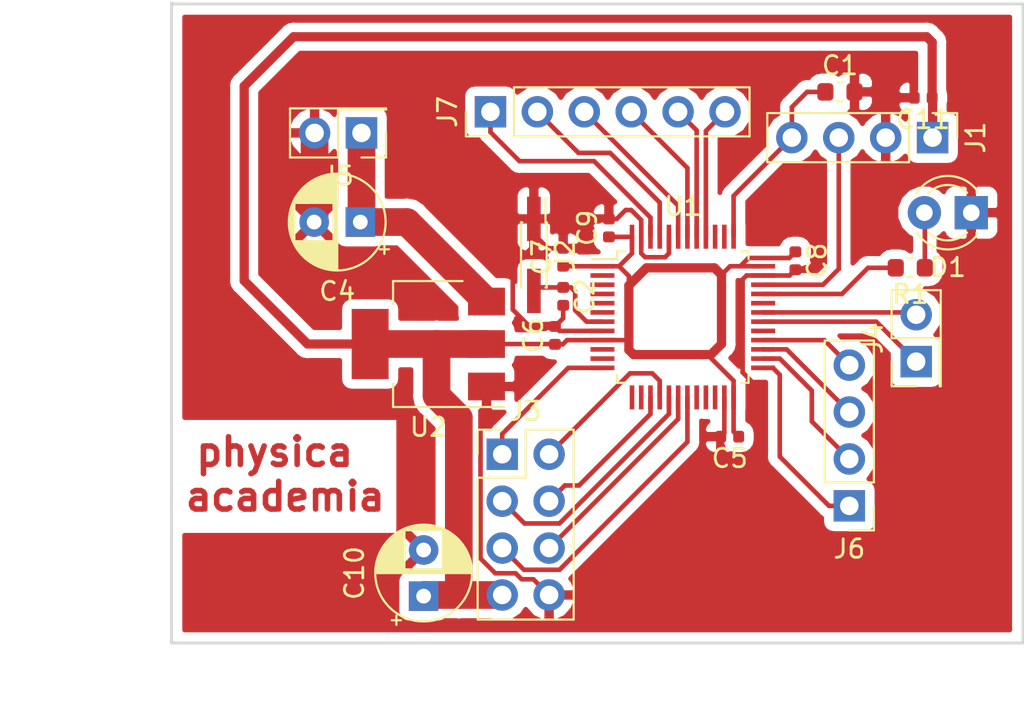
<source format=kicad_pcb>
(kicad_pcb (version 20171130) (host pcbnew 5.0.1)

  (general
    (thickness 1.6)
    (drawings 8)
    (tracks 186)
    (zones 0)
    (modules 21)
    (nets 43)
  )

  (page A4)
  (layers
    (0 F.Cu signal)
    (31 B.Cu signal)
    (32 B.Adhes user)
    (33 F.Adhes user)
    (34 B.Paste user)
    (35 F.Paste user)
    (36 B.SilkS user)
    (37 F.SilkS user)
    (38 B.Mask user)
    (39 F.Mask user)
    (40 Dwgs.User user)
    (41 Cmts.User user)
    (42 Eco1.User user)
    (43 Eco2.User user)
    (44 Edge.Cuts user)
    (45 Margin user)
    (46 B.CrtYd user)
    (47 F.CrtYd user)
    (48 B.Fab user)
    (49 F.Fab user)
  )

  (setup
    (last_trace_width 0.25)
    (user_trace_width 0.5)
    (user_trace_width 0.75)
    (user_trace_width 1)
    (user_trace_width 1.5)
    (user_trace_width 2)
    (user_trace_width 3)
    (trace_clearance 0.2)
    (zone_clearance 0.508)
    (zone_45_only no)
    (trace_min 0.2)
    (segment_width 0.2)
    (edge_width 0.15)
    (via_size 0.8)
    (via_drill 0.4)
    (via_min_size 0.4)
    (via_min_drill 0.3)
    (uvia_size 0.3)
    (uvia_drill 0.1)
    (uvias_allowed no)
    (uvia_min_size 0.2)
    (uvia_min_drill 0.1)
    (pcb_text_width 0.3)
    (pcb_text_size 1.5 1.5)
    (mod_edge_width 0.15)
    (mod_text_size 1 1)
    (mod_text_width 0.15)
    (pad_size 1.524 1.524)
    (pad_drill 0.762)
    (pad_to_mask_clearance 0.051)
    (solder_mask_min_width 0.25)
    (aux_axis_origin 0 0)
    (visible_elements FFFFFF7F)
    (pcbplotparams
      (layerselection 0x00000_7fffffff)
      (usegerberextensions false)
      (usegerberattributes false)
      (usegerberadvancedattributes false)
      (creategerberjobfile false)
      (excludeedgelayer true)
      (linewidth 0.100000)
      (plotframeref false)
      (viasonmask false)
      (mode 1)
      (useauxorigin false)
      (hpglpennumber 1)
      (hpglpenspeed 20)
      (hpglpendiameter 15.000000)
      (psnegative true)
      (psa4output false)
      (plotreference true)
      (plotvalue true)
      (plotinvisibletext false)
      (padsonsilk false)
      (subtractmaskfromsilk false)
      (outputformat 5)
      (mirror true)
      (drillshape 1)
      (scaleselection 1)
      (outputdirectory "svg"))
  )

  (net 0 "")
  (net 1 GND)
  (net 2 "Net-(C2-Pad1)")
  (net 3 +3V3)
  (net 4 "Net-(D1-Pad2)")
  (net 5 /SWDIO)
  (net 6 /N_IRQ)
  (net 7 /N_MISO)
  (net 8 /N_MOSI)
  (net 9 /N_SCK)
  (net 10 /N_SCN)
  (net 11 /N_CE)
  (net 12 "Net-(U1-Pad2)")
  (net 13 "Net-(U1-Pad3)")
  (net 14 "Net-(U1-Pad4)")
  (net 15 "Net-(U1-Pad5)")
  (net 16 "Net-(U1-Pad6)")
  (net 17 "Net-(U1-Pad10)")
  (net 18 "Net-(U1-Pad11)")
  (net 19 "Net-(U1-Pad20)")
  (net 20 "Net-(U1-Pad21)")
  (net 21 "Net-(U1-Pad22)")
  (net 22 "Net-(U1-Pad29)")
  (net 23 "Net-(U1-Pad38)")
  (net 24 "Net-(U1-Pad39)")
  (net 25 "Net-(C1-Pad1)")
  (net 26 "Net-(U1-Pad13)")
  (net 27 "Net-(U1-Pad14)")
  (net 28 "Net-(R1-Pad2)")
  (net 29 "Net-(J4-Pad1)")
  (net 30 "Net-(J4-Pad2)")
  (net 31 "Net-(U1-Pad32)")
  (net 32 "Net-(C4-Pad1)")
  (net 33 "Net-(J6-Pad1)")
  (net 34 "Net-(J6-Pad2)")
  (net 35 "Net-(J6-Pad3)")
  (net 36 "Net-(J6-Pad4)")
  (net 37 "Net-(J7-Pad6)")
  (net 38 "Net-(J7-Pad5)")
  (net 39 "Net-(J7-Pad4)")
  (net 40 "Net-(J7-Pad3)")
  (net 41 "Net-(J7-Pad2)")
  (net 42 "Net-(J7-Pad1)")

  (net_class Default "This is the default net class."
    (clearance 0.2)
    (trace_width 0.25)
    (via_dia 0.8)
    (via_drill 0.4)
    (uvia_dia 0.3)
    (uvia_drill 0.1)
    (add_net +3V3)
    (add_net /N_CE)
    (add_net /N_IRQ)
    (add_net /N_MISO)
    (add_net /N_MOSI)
    (add_net /N_SCK)
    (add_net /N_SCN)
    (add_net /SWDIO)
    (add_net GND)
    (add_net "Net-(C1-Pad1)")
    (add_net "Net-(C2-Pad1)")
    (add_net "Net-(C4-Pad1)")
    (add_net "Net-(D1-Pad2)")
    (add_net "Net-(J4-Pad1)")
    (add_net "Net-(J4-Pad2)")
    (add_net "Net-(J6-Pad1)")
    (add_net "Net-(J6-Pad2)")
    (add_net "Net-(J6-Pad3)")
    (add_net "Net-(J6-Pad4)")
    (add_net "Net-(J7-Pad1)")
    (add_net "Net-(J7-Pad2)")
    (add_net "Net-(J7-Pad3)")
    (add_net "Net-(J7-Pad4)")
    (add_net "Net-(J7-Pad5)")
    (add_net "Net-(J7-Pad6)")
    (add_net "Net-(R1-Pad2)")
    (add_net "Net-(U1-Pad10)")
    (add_net "Net-(U1-Pad11)")
    (add_net "Net-(U1-Pad13)")
    (add_net "Net-(U1-Pad14)")
    (add_net "Net-(U1-Pad2)")
    (add_net "Net-(U1-Pad20)")
    (add_net "Net-(U1-Pad21)")
    (add_net "Net-(U1-Pad22)")
    (add_net "Net-(U1-Pad29)")
    (add_net "Net-(U1-Pad3)")
    (add_net "Net-(U1-Pad32)")
    (add_net "Net-(U1-Pad38)")
    (add_net "Net-(U1-Pad39)")
    (add_net "Net-(U1-Pad4)")
    (add_net "Net-(U1-Pad5)")
    (add_net "Net-(U1-Pad6)")
  )

  (module Connector_PinHeader_2.54mm:PinHeader_1x04_P2.54mm_Vertical (layer F.Cu) (tedit 59FED5CC) (tstamp 5C173079)
    (at 176.149 116.5225 270)
    (descr "Through hole straight pin header, 1x04, 2.54mm pitch, single row")
    (tags "Through hole pin header THT 1x04 2.54mm single row")
    (path /5C0B0103)
    (fp_text reference J1 (at 0 -2.33 270) (layer F.SilkS)
      (effects (font (size 1 1) (thickness 0.15)))
    )
    (fp_text value Conn_01x04 (at 0 9.95 270) (layer F.Fab)
      (effects (font (size 1 1) (thickness 0.15)))
    )
    (fp_line (start -0.635 -1.27) (end 1.27 -1.27) (layer F.Fab) (width 0.1))
    (fp_line (start 1.27 -1.27) (end 1.27 8.89) (layer F.Fab) (width 0.1))
    (fp_line (start 1.27 8.89) (end -1.27 8.89) (layer F.Fab) (width 0.1))
    (fp_line (start -1.27 8.89) (end -1.27 -0.635) (layer F.Fab) (width 0.1))
    (fp_line (start -1.27 -0.635) (end -0.635 -1.27) (layer F.Fab) (width 0.1))
    (fp_line (start -1.33 8.95) (end 1.33 8.95) (layer F.SilkS) (width 0.12))
    (fp_line (start -1.33 1.27) (end -1.33 8.95) (layer F.SilkS) (width 0.12))
    (fp_line (start 1.33 1.27) (end 1.33 8.95) (layer F.SilkS) (width 0.12))
    (fp_line (start -1.33 1.27) (end 1.33 1.27) (layer F.SilkS) (width 0.12))
    (fp_line (start -1.33 0) (end -1.33 -1.33) (layer F.SilkS) (width 0.12))
    (fp_line (start -1.33 -1.33) (end 0 -1.33) (layer F.SilkS) (width 0.12))
    (fp_line (start -1.8 -1.8) (end -1.8 9.4) (layer F.CrtYd) (width 0.05))
    (fp_line (start -1.8 9.4) (end 1.8 9.4) (layer F.CrtYd) (width 0.05))
    (fp_line (start 1.8 9.4) (end 1.8 -1.8) (layer F.CrtYd) (width 0.05))
    (fp_line (start 1.8 -1.8) (end -1.8 -1.8) (layer F.CrtYd) (width 0.05))
    (fp_text user %R (at 0 3.81) (layer F.Fab)
      (effects (font (size 1 1) (thickness 0.15)))
    )
    (pad 1 thru_hole rect (at 0 0 270) (size 1.7 1.7) (drill 1) (layers *.Cu *.Mask)
      (net 3 +3V3))
    (pad 2 thru_hole oval (at 0 2.54 270) (size 1.7 1.7) (drill 1) (layers *.Cu *.Mask)
      (net 1 GND))
    (pad 3 thru_hole oval (at 0 5.08 270) (size 1.7 1.7) (drill 1) (layers *.Cu *.Mask)
      (net 5 /SWDIO))
    (pad 4 thru_hole oval (at 0 7.62 270) (size 1.7 1.7) (drill 1) (layers *.Cu *.Mask)
      (net 25 "Net-(C1-Pad1)"))
    (model ${KISYS3DMOD}/Connector_PinHeader_2.54mm.3dshapes/PinHeader_1x04_P2.54mm_Vertical.wrl
      (at (xyz 0 0 0))
      (scale (xyz 1 1 1))
      (rotate (xyz 0 0 0))
    )
  )

  (module Connector_PinHeader_2.54mm:PinHeader_1x06_P2.54mm_Vertical (layer F.Cu) (tedit 59FED5CC) (tstamp 5C1F1937)
    (at 152.2095 115.1255 90)
    (descr "Through hole straight pin header, 1x06, 2.54mm pitch, single row")
    (tags "Through hole pin header THT 1x06 2.54mm single row")
    (path /5C148598)
    (fp_text reference J7 (at 0 -2.33 90) (layer F.SilkS)
      (effects (font (size 1 1) (thickness 0.15)))
    )
    (fp_text value Conn_01x06 (at 0 15.03 90) (layer F.Fab)
      (effects (font (size 1 1) (thickness 0.15)))
    )
    (fp_line (start -0.635 -1.27) (end 1.27 -1.27) (layer F.Fab) (width 0.1))
    (fp_line (start 1.27 -1.27) (end 1.27 13.97) (layer F.Fab) (width 0.1))
    (fp_line (start 1.27 13.97) (end -1.27 13.97) (layer F.Fab) (width 0.1))
    (fp_line (start -1.27 13.97) (end -1.27 -0.635) (layer F.Fab) (width 0.1))
    (fp_line (start -1.27 -0.635) (end -0.635 -1.27) (layer F.Fab) (width 0.1))
    (fp_line (start -1.33 14.03) (end 1.33 14.03) (layer F.SilkS) (width 0.12))
    (fp_line (start -1.33 1.27) (end -1.33 14.03) (layer F.SilkS) (width 0.12))
    (fp_line (start 1.33 1.27) (end 1.33 14.03) (layer F.SilkS) (width 0.12))
    (fp_line (start -1.33 1.27) (end 1.33 1.27) (layer F.SilkS) (width 0.12))
    (fp_line (start -1.33 0) (end -1.33 -1.33) (layer F.SilkS) (width 0.12))
    (fp_line (start -1.33 -1.33) (end 0 -1.33) (layer F.SilkS) (width 0.12))
    (fp_line (start -1.8 -1.8) (end -1.8 14.5) (layer F.CrtYd) (width 0.05))
    (fp_line (start -1.8 14.5) (end 1.8 14.5) (layer F.CrtYd) (width 0.05))
    (fp_line (start 1.8 14.5) (end 1.8 -1.8) (layer F.CrtYd) (width 0.05))
    (fp_line (start 1.8 -1.8) (end -1.8 -1.8) (layer F.CrtYd) (width 0.05))
    (fp_text user %R (at 0 6.35 180) (layer F.Fab)
      (effects (font (size 1 1) (thickness 0.15)))
    )
    (pad 1 thru_hole rect (at 0 0 90) (size 1.7 1.7) (drill 1) (layers *.Cu *.Mask)
      (net 42 "Net-(J7-Pad1)"))
    (pad 2 thru_hole oval (at 0 2.54 90) (size 1.7 1.7) (drill 1) (layers *.Cu *.Mask)
      (net 41 "Net-(J7-Pad2)"))
    (pad 3 thru_hole oval (at 0 5.08 90) (size 1.7 1.7) (drill 1) (layers *.Cu *.Mask)
      (net 40 "Net-(J7-Pad3)"))
    (pad 4 thru_hole oval (at 0 7.62 90) (size 1.7 1.7) (drill 1) (layers *.Cu *.Mask)
      (net 39 "Net-(J7-Pad4)"))
    (pad 5 thru_hole oval (at 0 10.16 90) (size 1.7 1.7) (drill 1) (layers *.Cu *.Mask)
      (net 38 "Net-(J7-Pad5)"))
    (pad 6 thru_hole oval (at 0 12.7 90) (size 1.7 1.7) (drill 1) (layers *.Cu *.Mask)
      (net 37 "Net-(J7-Pad6)"))
    (model ${KISYS3DMOD}/Connector_PinHeader_2.54mm.3dshapes/PinHeader_1x06_P2.54mm_Vertical.wrl
      (at (xyz 0 0 0))
      (scale (xyz 1 1 1))
      (rotate (xyz 0 0 0))
    )
  )

  (module Connector_PinHeader_2.54mm:PinHeader_1x04_P2.54mm_Vertical (layer F.Cu) (tedit 59FED5CC) (tstamp 5C1F00FD)
    (at 171.6405 136.4615 180)
    (descr "Through hole straight pin header, 1x04, 2.54mm pitch, single row")
    (tags "Through hole pin header THT 1x04 2.54mm single row")
    (path /5C1383A4)
    (fp_text reference J6 (at 0 -2.33 180) (layer F.SilkS)
      (effects (font (size 1 1) (thickness 0.15)))
    )
    (fp_text value Conn_01x04 (at 0 9.95 180) (layer F.Fab)
      (effects (font (size 1 1) (thickness 0.15)))
    )
    (fp_line (start -0.635 -1.27) (end 1.27 -1.27) (layer F.Fab) (width 0.1))
    (fp_line (start 1.27 -1.27) (end 1.27 8.89) (layer F.Fab) (width 0.1))
    (fp_line (start 1.27 8.89) (end -1.27 8.89) (layer F.Fab) (width 0.1))
    (fp_line (start -1.27 8.89) (end -1.27 -0.635) (layer F.Fab) (width 0.1))
    (fp_line (start -1.27 -0.635) (end -0.635 -1.27) (layer F.Fab) (width 0.1))
    (fp_line (start -1.33 8.95) (end 1.33 8.95) (layer F.SilkS) (width 0.12))
    (fp_line (start -1.33 1.27) (end -1.33 8.95) (layer F.SilkS) (width 0.12))
    (fp_line (start 1.33 1.27) (end 1.33 8.95) (layer F.SilkS) (width 0.12))
    (fp_line (start -1.33 1.27) (end 1.33 1.27) (layer F.SilkS) (width 0.12))
    (fp_line (start -1.33 0) (end -1.33 -1.33) (layer F.SilkS) (width 0.12))
    (fp_line (start -1.33 -1.33) (end 0 -1.33) (layer F.SilkS) (width 0.12))
    (fp_line (start -1.8 -1.8) (end -1.8 9.4) (layer F.CrtYd) (width 0.05))
    (fp_line (start -1.8 9.4) (end 1.8 9.4) (layer F.CrtYd) (width 0.05))
    (fp_line (start 1.8 9.4) (end 1.8 -1.8) (layer F.CrtYd) (width 0.05))
    (fp_line (start 1.8 -1.8) (end -1.8 -1.8) (layer F.CrtYd) (width 0.05))
    (fp_text user %R (at 0 3.81 270) (layer F.Fab)
      (effects (font (size 1 1) (thickness 0.15)))
    )
    (pad 1 thru_hole rect (at 0 0 180) (size 1.7 1.7) (drill 1) (layers *.Cu *.Mask)
      (net 33 "Net-(J6-Pad1)"))
    (pad 2 thru_hole oval (at 0 2.54 180) (size 1.7 1.7) (drill 1) (layers *.Cu *.Mask)
      (net 34 "Net-(J6-Pad2)"))
    (pad 3 thru_hole oval (at 0 5.08 180) (size 1.7 1.7) (drill 1) (layers *.Cu *.Mask)
      (net 35 "Net-(J6-Pad3)"))
    (pad 4 thru_hole oval (at 0 7.62 180) (size 1.7 1.7) (drill 1) (layers *.Cu *.Mask)
      (net 36 "Net-(J6-Pad4)"))
    (model ${KISYS3DMOD}/Connector_PinHeader_2.54mm.3dshapes/PinHeader_1x04_P2.54mm_Vertical.wrl
      (at (xyz 0 0 0))
      (scale (xyz 1 1 1))
      (rotate (xyz 0 0 0))
    )
  )

  (module Connector_PinHeader_2.54mm:PinHeader_2x01_P2.54mm_Vertical (layer F.Cu) (tedit 59FED5CC) (tstamp 5C1F0073)
    (at 175.26 128.651 90)
    (descr "Through hole straight pin header, 2x01, 2.54mm pitch, double rows")
    (tags "Through hole pin header THT 2x01 2.54mm double row")
    (path /5C102E6F)
    (fp_text reference J4 (at 1.27 -2.33 90) (layer F.SilkS)
      (effects (font (size 1 1) (thickness 0.15)))
    )
    (fp_text value Conn_02x01 (at 1.27 2.33 90) (layer F.Fab)
      (effects (font (size 1 1) (thickness 0.15)))
    )
    (fp_line (start 0 -1.27) (end 3.81 -1.27) (layer F.Fab) (width 0.1))
    (fp_line (start 3.81 -1.27) (end 3.81 1.27) (layer F.Fab) (width 0.1))
    (fp_line (start 3.81 1.27) (end -1.27 1.27) (layer F.Fab) (width 0.1))
    (fp_line (start -1.27 1.27) (end -1.27 0) (layer F.Fab) (width 0.1))
    (fp_line (start -1.27 0) (end 0 -1.27) (layer F.Fab) (width 0.1))
    (fp_line (start -1.33 1.33) (end 3.87 1.33) (layer F.SilkS) (width 0.12))
    (fp_line (start -1.33 1.27) (end -1.33 1.33) (layer F.SilkS) (width 0.12))
    (fp_line (start 3.87 -1.33) (end 3.87 1.33) (layer F.SilkS) (width 0.12))
    (fp_line (start -1.33 1.27) (end 1.27 1.27) (layer F.SilkS) (width 0.12))
    (fp_line (start 1.27 1.27) (end 1.27 -1.33) (layer F.SilkS) (width 0.12))
    (fp_line (start 1.27 -1.33) (end 3.87 -1.33) (layer F.SilkS) (width 0.12))
    (fp_line (start -1.33 0) (end -1.33 -1.33) (layer F.SilkS) (width 0.12))
    (fp_line (start -1.33 -1.33) (end 0 -1.33) (layer F.SilkS) (width 0.12))
    (fp_line (start -1.8 -1.8) (end -1.8 1.8) (layer F.CrtYd) (width 0.05))
    (fp_line (start -1.8 1.8) (end 4.35 1.8) (layer F.CrtYd) (width 0.05))
    (fp_line (start 4.35 1.8) (end 4.35 -1.8) (layer F.CrtYd) (width 0.05))
    (fp_line (start 4.35 -1.8) (end -1.8 -1.8) (layer F.CrtYd) (width 0.05))
    (fp_text user %R (at 1.27 0 180) (layer F.Fab)
      (effects (font (size 1 1) (thickness 0.15)))
    )
    (pad 1 thru_hole rect (at 0 0 90) (size 1.7 1.7) (drill 1) (layers *.Cu *.Mask)
      (net 29 "Net-(J4-Pad1)"))
    (pad 2 thru_hole oval (at 2.54 0 90) (size 1.7 1.7) (drill 1) (layers *.Cu *.Mask)
      (net 30 "Net-(J4-Pad2)"))
    (model ${KISYS3DMOD}/Connector_PinHeader_2.54mm.3dshapes/PinHeader_2x01_P2.54mm_Vertical.wrl
      (at (xyz 0 0 0))
      (scale (xyz 1 1 1))
      (rotate (xyz 0 0 0))
    )
  )

  (module Capacitor_THT:CP_Radial_D5.0mm_P2.50mm (layer F.Cu) (tedit 5AE50EF0) (tstamp 5C1EF4DB)
    (at 145.161 121.0945 180)
    (descr "CP, Radial series, Radial, pin pitch=2.50mm, , diameter=5mm, Electrolytic Capacitor")
    (tags "CP Radial series Radial pin pitch 2.50mm  diameter 5mm Electrolytic Capacitor")
    (path /5C137220)
    (fp_text reference C4 (at 1.25 -3.75 180) (layer F.SilkS)
      (effects (font (size 1 1) (thickness 0.15)))
    )
    (fp_text value CP (at 1.25 3.75 180) (layer F.Fab)
      (effects (font (size 1 1) (thickness 0.15)))
    )
    (fp_circle (center 1.25 0) (end 3.75 0) (layer F.Fab) (width 0.1))
    (fp_circle (center 1.25 0) (end 3.87 0) (layer F.SilkS) (width 0.12))
    (fp_circle (center 1.25 0) (end 4 0) (layer F.CrtYd) (width 0.05))
    (fp_line (start -0.883605 -1.0875) (end -0.383605 -1.0875) (layer F.Fab) (width 0.1))
    (fp_line (start -0.633605 -1.3375) (end -0.633605 -0.8375) (layer F.Fab) (width 0.1))
    (fp_line (start 1.25 -2.58) (end 1.25 2.58) (layer F.SilkS) (width 0.12))
    (fp_line (start 1.29 -2.58) (end 1.29 2.58) (layer F.SilkS) (width 0.12))
    (fp_line (start 1.33 -2.579) (end 1.33 2.579) (layer F.SilkS) (width 0.12))
    (fp_line (start 1.37 -2.578) (end 1.37 2.578) (layer F.SilkS) (width 0.12))
    (fp_line (start 1.41 -2.576) (end 1.41 2.576) (layer F.SilkS) (width 0.12))
    (fp_line (start 1.45 -2.573) (end 1.45 2.573) (layer F.SilkS) (width 0.12))
    (fp_line (start 1.49 -2.569) (end 1.49 -1.04) (layer F.SilkS) (width 0.12))
    (fp_line (start 1.49 1.04) (end 1.49 2.569) (layer F.SilkS) (width 0.12))
    (fp_line (start 1.53 -2.565) (end 1.53 -1.04) (layer F.SilkS) (width 0.12))
    (fp_line (start 1.53 1.04) (end 1.53 2.565) (layer F.SilkS) (width 0.12))
    (fp_line (start 1.57 -2.561) (end 1.57 -1.04) (layer F.SilkS) (width 0.12))
    (fp_line (start 1.57 1.04) (end 1.57 2.561) (layer F.SilkS) (width 0.12))
    (fp_line (start 1.61 -2.556) (end 1.61 -1.04) (layer F.SilkS) (width 0.12))
    (fp_line (start 1.61 1.04) (end 1.61 2.556) (layer F.SilkS) (width 0.12))
    (fp_line (start 1.65 -2.55) (end 1.65 -1.04) (layer F.SilkS) (width 0.12))
    (fp_line (start 1.65 1.04) (end 1.65 2.55) (layer F.SilkS) (width 0.12))
    (fp_line (start 1.69 -2.543) (end 1.69 -1.04) (layer F.SilkS) (width 0.12))
    (fp_line (start 1.69 1.04) (end 1.69 2.543) (layer F.SilkS) (width 0.12))
    (fp_line (start 1.73 -2.536) (end 1.73 -1.04) (layer F.SilkS) (width 0.12))
    (fp_line (start 1.73 1.04) (end 1.73 2.536) (layer F.SilkS) (width 0.12))
    (fp_line (start 1.77 -2.528) (end 1.77 -1.04) (layer F.SilkS) (width 0.12))
    (fp_line (start 1.77 1.04) (end 1.77 2.528) (layer F.SilkS) (width 0.12))
    (fp_line (start 1.81 -2.52) (end 1.81 -1.04) (layer F.SilkS) (width 0.12))
    (fp_line (start 1.81 1.04) (end 1.81 2.52) (layer F.SilkS) (width 0.12))
    (fp_line (start 1.85 -2.511) (end 1.85 -1.04) (layer F.SilkS) (width 0.12))
    (fp_line (start 1.85 1.04) (end 1.85 2.511) (layer F.SilkS) (width 0.12))
    (fp_line (start 1.89 -2.501) (end 1.89 -1.04) (layer F.SilkS) (width 0.12))
    (fp_line (start 1.89 1.04) (end 1.89 2.501) (layer F.SilkS) (width 0.12))
    (fp_line (start 1.93 -2.491) (end 1.93 -1.04) (layer F.SilkS) (width 0.12))
    (fp_line (start 1.93 1.04) (end 1.93 2.491) (layer F.SilkS) (width 0.12))
    (fp_line (start 1.971 -2.48) (end 1.971 -1.04) (layer F.SilkS) (width 0.12))
    (fp_line (start 1.971 1.04) (end 1.971 2.48) (layer F.SilkS) (width 0.12))
    (fp_line (start 2.011 -2.468) (end 2.011 -1.04) (layer F.SilkS) (width 0.12))
    (fp_line (start 2.011 1.04) (end 2.011 2.468) (layer F.SilkS) (width 0.12))
    (fp_line (start 2.051 -2.455) (end 2.051 -1.04) (layer F.SilkS) (width 0.12))
    (fp_line (start 2.051 1.04) (end 2.051 2.455) (layer F.SilkS) (width 0.12))
    (fp_line (start 2.091 -2.442) (end 2.091 -1.04) (layer F.SilkS) (width 0.12))
    (fp_line (start 2.091 1.04) (end 2.091 2.442) (layer F.SilkS) (width 0.12))
    (fp_line (start 2.131 -2.428) (end 2.131 -1.04) (layer F.SilkS) (width 0.12))
    (fp_line (start 2.131 1.04) (end 2.131 2.428) (layer F.SilkS) (width 0.12))
    (fp_line (start 2.171 -2.414) (end 2.171 -1.04) (layer F.SilkS) (width 0.12))
    (fp_line (start 2.171 1.04) (end 2.171 2.414) (layer F.SilkS) (width 0.12))
    (fp_line (start 2.211 -2.398) (end 2.211 -1.04) (layer F.SilkS) (width 0.12))
    (fp_line (start 2.211 1.04) (end 2.211 2.398) (layer F.SilkS) (width 0.12))
    (fp_line (start 2.251 -2.382) (end 2.251 -1.04) (layer F.SilkS) (width 0.12))
    (fp_line (start 2.251 1.04) (end 2.251 2.382) (layer F.SilkS) (width 0.12))
    (fp_line (start 2.291 -2.365) (end 2.291 -1.04) (layer F.SilkS) (width 0.12))
    (fp_line (start 2.291 1.04) (end 2.291 2.365) (layer F.SilkS) (width 0.12))
    (fp_line (start 2.331 -2.348) (end 2.331 -1.04) (layer F.SilkS) (width 0.12))
    (fp_line (start 2.331 1.04) (end 2.331 2.348) (layer F.SilkS) (width 0.12))
    (fp_line (start 2.371 -2.329) (end 2.371 -1.04) (layer F.SilkS) (width 0.12))
    (fp_line (start 2.371 1.04) (end 2.371 2.329) (layer F.SilkS) (width 0.12))
    (fp_line (start 2.411 -2.31) (end 2.411 -1.04) (layer F.SilkS) (width 0.12))
    (fp_line (start 2.411 1.04) (end 2.411 2.31) (layer F.SilkS) (width 0.12))
    (fp_line (start 2.451 -2.29) (end 2.451 -1.04) (layer F.SilkS) (width 0.12))
    (fp_line (start 2.451 1.04) (end 2.451 2.29) (layer F.SilkS) (width 0.12))
    (fp_line (start 2.491 -2.268) (end 2.491 -1.04) (layer F.SilkS) (width 0.12))
    (fp_line (start 2.491 1.04) (end 2.491 2.268) (layer F.SilkS) (width 0.12))
    (fp_line (start 2.531 -2.247) (end 2.531 -1.04) (layer F.SilkS) (width 0.12))
    (fp_line (start 2.531 1.04) (end 2.531 2.247) (layer F.SilkS) (width 0.12))
    (fp_line (start 2.571 -2.224) (end 2.571 -1.04) (layer F.SilkS) (width 0.12))
    (fp_line (start 2.571 1.04) (end 2.571 2.224) (layer F.SilkS) (width 0.12))
    (fp_line (start 2.611 -2.2) (end 2.611 -1.04) (layer F.SilkS) (width 0.12))
    (fp_line (start 2.611 1.04) (end 2.611 2.2) (layer F.SilkS) (width 0.12))
    (fp_line (start 2.651 -2.175) (end 2.651 -1.04) (layer F.SilkS) (width 0.12))
    (fp_line (start 2.651 1.04) (end 2.651 2.175) (layer F.SilkS) (width 0.12))
    (fp_line (start 2.691 -2.149) (end 2.691 -1.04) (layer F.SilkS) (width 0.12))
    (fp_line (start 2.691 1.04) (end 2.691 2.149) (layer F.SilkS) (width 0.12))
    (fp_line (start 2.731 -2.122) (end 2.731 -1.04) (layer F.SilkS) (width 0.12))
    (fp_line (start 2.731 1.04) (end 2.731 2.122) (layer F.SilkS) (width 0.12))
    (fp_line (start 2.771 -2.095) (end 2.771 -1.04) (layer F.SilkS) (width 0.12))
    (fp_line (start 2.771 1.04) (end 2.771 2.095) (layer F.SilkS) (width 0.12))
    (fp_line (start 2.811 -2.065) (end 2.811 -1.04) (layer F.SilkS) (width 0.12))
    (fp_line (start 2.811 1.04) (end 2.811 2.065) (layer F.SilkS) (width 0.12))
    (fp_line (start 2.851 -2.035) (end 2.851 -1.04) (layer F.SilkS) (width 0.12))
    (fp_line (start 2.851 1.04) (end 2.851 2.035) (layer F.SilkS) (width 0.12))
    (fp_line (start 2.891 -2.004) (end 2.891 -1.04) (layer F.SilkS) (width 0.12))
    (fp_line (start 2.891 1.04) (end 2.891 2.004) (layer F.SilkS) (width 0.12))
    (fp_line (start 2.931 -1.971) (end 2.931 -1.04) (layer F.SilkS) (width 0.12))
    (fp_line (start 2.931 1.04) (end 2.931 1.971) (layer F.SilkS) (width 0.12))
    (fp_line (start 2.971 -1.937) (end 2.971 -1.04) (layer F.SilkS) (width 0.12))
    (fp_line (start 2.971 1.04) (end 2.971 1.937) (layer F.SilkS) (width 0.12))
    (fp_line (start 3.011 -1.901) (end 3.011 -1.04) (layer F.SilkS) (width 0.12))
    (fp_line (start 3.011 1.04) (end 3.011 1.901) (layer F.SilkS) (width 0.12))
    (fp_line (start 3.051 -1.864) (end 3.051 -1.04) (layer F.SilkS) (width 0.12))
    (fp_line (start 3.051 1.04) (end 3.051 1.864) (layer F.SilkS) (width 0.12))
    (fp_line (start 3.091 -1.826) (end 3.091 -1.04) (layer F.SilkS) (width 0.12))
    (fp_line (start 3.091 1.04) (end 3.091 1.826) (layer F.SilkS) (width 0.12))
    (fp_line (start 3.131 -1.785) (end 3.131 -1.04) (layer F.SilkS) (width 0.12))
    (fp_line (start 3.131 1.04) (end 3.131 1.785) (layer F.SilkS) (width 0.12))
    (fp_line (start 3.171 -1.743) (end 3.171 -1.04) (layer F.SilkS) (width 0.12))
    (fp_line (start 3.171 1.04) (end 3.171 1.743) (layer F.SilkS) (width 0.12))
    (fp_line (start 3.211 -1.699) (end 3.211 -1.04) (layer F.SilkS) (width 0.12))
    (fp_line (start 3.211 1.04) (end 3.211 1.699) (layer F.SilkS) (width 0.12))
    (fp_line (start 3.251 -1.653) (end 3.251 -1.04) (layer F.SilkS) (width 0.12))
    (fp_line (start 3.251 1.04) (end 3.251 1.653) (layer F.SilkS) (width 0.12))
    (fp_line (start 3.291 -1.605) (end 3.291 -1.04) (layer F.SilkS) (width 0.12))
    (fp_line (start 3.291 1.04) (end 3.291 1.605) (layer F.SilkS) (width 0.12))
    (fp_line (start 3.331 -1.554) (end 3.331 -1.04) (layer F.SilkS) (width 0.12))
    (fp_line (start 3.331 1.04) (end 3.331 1.554) (layer F.SilkS) (width 0.12))
    (fp_line (start 3.371 -1.5) (end 3.371 -1.04) (layer F.SilkS) (width 0.12))
    (fp_line (start 3.371 1.04) (end 3.371 1.5) (layer F.SilkS) (width 0.12))
    (fp_line (start 3.411 -1.443) (end 3.411 -1.04) (layer F.SilkS) (width 0.12))
    (fp_line (start 3.411 1.04) (end 3.411 1.443) (layer F.SilkS) (width 0.12))
    (fp_line (start 3.451 -1.383) (end 3.451 -1.04) (layer F.SilkS) (width 0.12))
    (fp_line (start 3.451 1.04) (end 3.451 1.383) (layer F.SilkS) (width 0.12))
    (fp_line (start 3.491 -1.319) (end 3.491 -1.04) (layer F.SilkS) (width 0.12))
    (fp_line (start 3.491 1.04) (end 3.491 1.319) (layer F.SilkS) (width 0.12))
    (fp_line (start 3.531 -1.251) (end 3.531 -1.04) (layer F.SilkS) (width 0.12))
    (fp_line (start 3.531 1.04) (end 3.531 1.251) (layer F.SilkS) (width 0.12))
    (fp_line (start 3.571 -1.178) (end 3.571 1.178) (layer F.SilkS) (width 0.12))
    (fp_line (start 3.611 -1.098) (end 3.611 1.098) (layer F.SilkS) (width 0.12))
    (fp_line (start 3.651 -1.011) (end 3.651 1.011) (layer F.SilkS) (width 0.12))
    (fp_line (start 3.691 -0.915) (end 3.691 0.915) (layer F.SilkS) (width 0.12))
    (fp_line (start 3.731 -0.805) (end 3.731 0.805) (layer F.SilkS) (width 0.12))
    (fp_line (start 3.771 -0.677) (end 3.771 0.677) (layer F.SilkS) (width 0.12))
    (fp_line (start 3.811 -0.518) (end 3.811 0.518) (layer F.SilkS) (width 0.12))
    (fp_line (start 3.851 -0.284) (end 3.851 0.284) (layer F.SilkS) (width 0.12))
    (fp_line (start -1.554775 -1.475) (end -1.054775 -1.475) (layer F.SilkS) (width 0.12))
    (fp_line (start -1.304775 -1.725) (end -1.304775 -1.225) (layer F.SilkS) (width 0.12))
    (fp_text user %R (at 1.25 0 180) (layer F.Fab)
      (effects (font (size 1 1) (thickness 0.15)))
    )
    (pad 1 thru_hole rect (at 0 0 180) (size 1.6 1.6) (drill 0.8) (layers *.Cu *.Mask)
      (net 32 "Net-(C4-Pad1)"))
    (pad 2 thru_hole circle (at 2.5 0 180) (size 1.6 1.6) (drill 0.8) (layers *.Cu *.Mask)
      (net 1 GND))
    (model ${KISYS3DMOD}/Capacitor_THT.3dshapes/CP_Radial_D5.0mm_P2.50mm.wrl
      (at (xyz 0 0 0))
      (scale (xyz 1 1 1))
      (rotate (xyz 0 0 0))
    )
  )

  (module Connector_PinHeader_2.54mm:PinHeader_2x01_P2.54mm_Vertical (layer F.Cu) (tedit 59FED5CC) (tstamp 5C1EF0AB)
    (at 145.2245 116.2685 180)
    (descr "Through hole straight pin header, 2x01, 2.54mm pitch, double rows")
    (tags "Through hole pin header THT 2x01 2.54mm double row")
    (path /5C13099F)
    (fp_text reference J5 (at 1.27 -2.33 180) (layer F.SilkS)
      (effects (font (size 1 1) (thickness 0.15)))
    )
    (fp_text value Conn_02x01 (at 1.27 2.33 180) (layer F.Fab)
      (effects (font (size 1 1) (thickness 0.15)))
    )
    (fp_line (start 0 -1.27) (end 3.81 -1.27) (layer F.Fab) (width 0.1))
    (fp_line (start 3.81 -1.27) (end 3.81 1.27) (layer F.Fab) (width 0.1))
    (fp_line (start 3.81 1.27) (end -1.27 1.27) (layer F.Fab) (width 0.1))
    (fp_line (start -1.27 1.27) (end -1.27 0) (layer F.Fab) (width 0.1))
    (fp_line (start -1.27 0) (end 0 -1.27) (layer F.Fab) (width 0.1))
    (fp_line (start -1.33 1.33) (end 3.87 1.33) (layer F.SilkS) (width 0.12))
    (fp_line (start -1.33 1.27) (end -1.33 1.33) (layer F.SilkS) (width 0.12))
    (fp_line (start 3.87 -1.33) (end 3.87 1.33) (layer F.SilkS) (width 0.12))
    (fp_line (start -1.33 1.27) (end 1.27 1.27) (layer F.SilkS) (width 0.12))
    (fp_line (start 1.27 1.27) (end 1.27 -1.33) (layer F.SilkS) (width 0.12))
    (fp_line (start 1.27 -1.33) (end 3.87 -1.33) (layer F.SilkS) (width 0.12))
    (fp_line (start -1.33 0) (end -1.33 -1.33) (layer F.SilkS) (width 0.12))
    (fp_line (start -1.33 -1.33) (end 0 -1.33) (layer F.SilkS) (width 0.12))
    (fp_line (start -1.8 -1.8) (end -1.8 1.8) (layer F.CrtYd) (width 0.05))
    (fp_line (start -1.8 1.8) (end 4.35 1.8) (layer F.CrtYd) (width 0.05))
    (fp_line (start 4.35 1.8) (end 4.35 -1.8) (layer F.CrtYd) (width 0.05))
    (fp_line (start 4.35 -1.8) (end -1.8 -1.8) (layer F.CrtYd) (width 0.05))
    (fp_text user %R (at 1.27 0 270) (layer F.Fab)
      (effects (font (size 1 1) (thickness 0.15)))
    )
    (pad 1 thru_hole rect (at 0 0 180) (size 1.7 1.7) (drill 1) (layers *.Cu *.Mask)
      (net 32 "Net-(C4-Pad1)"))
    (pad 2 thru_hole oval (at 2.54 0 180) (size 1.7 1.7) (drill 1) (layers *.Cu *.Mask)
      (net 1 GND))
    (model ${KISYS3DMOD}/Connector_PinHeader_2.54mm.3dshapes/PinHeader_2x01_P2.54mm_Vertical.wrl
      (at (xyz 0 0 0))
      (scale (xyz 1 1 1))
      (rotate (xyz 0 0 0))
    )
  )

  (module Resistor_SMD:R_0603_1608Metric (layer F.Cu) (tedit 5B301BBD) (tstamp 5C17831E)
    (at 174.9425 123.571 180)
    (descr "Resistor SMD 0603 (1608 Metric), square (rectangular) end terminal, IPC_7351 nominal, (Body size source: http://www.tortai-tech.com/upload/download/2011102023233369053.pdf), generated with kicad-footprint-generator")
    (tags resistor)
    (path /5C16258C)
    (attr smd)
    (fp_text reference R1 (at 0 -1.43 180) (layer F.SilkS)
      (effects (font (size 1 1) (thickness 0.15)))
    )
    (fp_text value 220 (at 0 1.43 180) (layer F.Fab)
      (effects (font (size 1 1) (thickness 0.15)))
    )
    (fp_line (start -0.8 0.4) (end -0.8 -0.4) (layer F.Fab) (width 0.1))
    (fp_line (start -0.8 -0.4) (end 0.8 -0.4) (layer F.Fab) (width 0.1))
    (fp_line (start 0.8 -0.4) (end 0.8 0.4) (layer F.Fab) (width 0.1))
    (fp_line (start 0.8 0.4) (end -0.8 0.4) (layer F.Fab) (width 0.1))
    (fp_line (start -0.162779 -0.51) (end 0.162779 -0.51) (layer F.SilkS) (width 0.12))
    (fp_line (start -0.162779 0.51) (end 0.162779 0.51) (layer F.SilkS) (width 0.12))
    (fp_line (start -1.48 0.73) (end -1.48 -0.73) (layer F.CrtYd) (width 0.05))
    (fp_line (start -1.48 -0.73) (end 1.48 -0.73) (layer F.CrtYd) (width 0.05))
    (fp_line (start 1.48 -0.73) (end 1.48 0.73) (layer F.CrtYd) (width 0.05))
    (fp_line (start 1.48 0.73) (end -1.48 0.73) (layer F.CrtYd) (width 0.05))
    (fp_text user %R (at 0 0 180) (layer F.Fab)
      (effects (font (size 0.4 0.4) (thickness 0.06)))
    )
    (pad 1 smd roundrect (at -0.7875 0 180) (size 0.875 0.95) (layers F.Cu F.Paste F.Mask) (roundrect_rratio 0.25)
      (net 4 "Net-(D1-Pad2)"))
    (pad 2 smd roundrect (at 0.7875 0 180) (size 0.875 0.95) (layers F.Cu F.Paste F.Mask) (roundrect_rratio 0.25)
      (net 28 "Net-(R1-Pad2)"))
    (model ${KISYS3DMOD}/Resistor_SMD.3dshapes/R_0603_1608Metric.wrl
      (at (xyz 0 0 0))
      (scale (xyz 1 1 1))
      (rotate (xyz 0 0 0))
    )
  )

  (module Capacitor_SMD:C_0603_1608Metric (layer F.Cu) (tedit 5C0ABDBB) (tstamp 5C172ECE)
    (at 171.1325 114.046)
    (descr "Capacitor SMD 0603 (1608 Metric), square (rectangular) end terminal, IPC_7351 nominal, (Body size source: http://www.tortai-tech.com/upload/download/2011102023233369053.pdf), generated with kicad-footprint-generator")
    (tags capacitor)
    (path /5C1305D2)
    (attr smd)
    (fp_text reference C1 (at 0 -1.43) (layer F.SilkS)
      (effects (font (size 1 1) (thickness 0.15)))
    )
    (fp_text value 10pf (at 0 1.43) (layer F.Fab)
      (effects (font (size 1 1) (thickness 0.15)))
    )
    (fp_line (start -0.8 0.4) (end -0.8 -0.4) (layer F.Fab) (width 0.1))
    (fp_line (start -0.8 -0.4) (end 0.8 -0.4) (layer F.Fab) (width 0.1))
    (fp_line (start 0.8 -0.4) (end 0.8 0.4) (layer F.Fab) (width 0.1))
    (fp_line (start 0.8 0.4) (end -0.8 0.4) (layer F.Fab) (width 0.1))
    (fp_line (start -0.162779 -0.51) (end 0.162779 -0.51) (layer F.SilkS) (width 0.12))
    (fp_line (start -0.162779 0.51) (end 0.162779 0.51) (layer F.SilkS) (width 0.12))
    (fp_line (start -1.48 0.73) (end -1.48 -0.73) (layer F.CrtYd) (width 0.05))
    (fp_line (start -1.48 -0.73) (end 1.48 -0.73) (layer F.CrtYd) (width 0.05))
    (fp_line (start 1.48 -0.73) (end 1.48 0.73) (layer F.CrtYd) (width 0.05))
    (fp_line (start 1.48 0.73) (end -1.48 0.73) (layer F.CrtYd) (width 0.05))
    (fp_text user %R (at 0 0) (layer F.Fab)
      (effects (font (size 0.4 0.4) (thickness 0.06)))
    )
    (pad 1 smd roundrect (at -0.7875 0) (size 0.875 0.95) (layers F.Cu F.Paste F.Mask) (roundrect_rratio 0.25)
      (net 25 "Net-(C1-Pad1)"))
    (pad 2 smd roundrect (at 0.7875 0) (size 0.875 0.95) (layers F.Cu F.Paste F.Mask) (roundrect_rratio 0.25)
      (net 1 GND))
    (model ${KISYS3DMOD}/Capacitor_SMD.3dshapes/C_0603_1608Metric.wrl
      (at (xyz 0 0 0))
      (scale (xyz 1 1 1))
      (rotate (xyz 0 0 0))
    )
  )

  (module Capacitor_SMD:C_0402_1005Metric (layer F.Cu) (tedit 5B301BBE) (tstamp 5C172EDD)
    (at 156.1465 125.118 270)
    (descr "Capacitor SMD 0402 (1005 Metric), square (rectangular) end terminal, IPC_7351 nominal, (Body size source: http://www.tortai-tech.com/upload/download/2011102023233369053.pdf), generated with kicad-footprint-generator")
    (tags capacitor)
    (path /5C0A89B3)
    (attr smd)
    (fp_text reference C2 (at 0 -1.17 270) (layer F.SilkS)
      (effects (font (size 1 1) (thickness 0.15)))
    )
    (fp_text value 0.1u (at 0 1.17 270) (layer F.Fab)
      (effects (font (size 1 1) (thickness 0.15)))
    )
    (fp_text user %R (at 0 0 270) (layer F.Fab)
      (effects (font (size 0.25 0.25) (thickness 0.04)))
    )
    (fp_line (start 0.93 0.47) (end -0.93 0.47) (layer F.CrtYd) (width 0.05))
    (fp_line (start 0.93 -0.47) (end 0.93 0.47) (layer F.CrtYd) (width 0.05))
    (fp_line (start -0.93 -0.47) (end 0.93 -0.47) (layer F.CrtYd) (width 0.05))
    (fp_line (start -0.93 0.47) (end -0.93 -0.47) (layer F.CrtYd) (width 0.05))
    (fp_line (start 0.5 0.25) (end -0.5 0.25) (layer F.Fab) (width 0.1))
    (fp_line (start 0.5 -0.25) (end 0.5 0.25) (layer F.Fab) (width 0.1))
    (fp_line (start -0.5 -0.25) (end 0.5 -0.25) (layer F.Fab) (width 0.1))
    (fp_line (start -0.5 0.25) (end -0.5 -0.25) (layer F.Fab) (width 0.1))
    (pad 2 smd roundrect (at 0.485 0 270) (size 0.59 0.64) (layers F.Cu F.Paste F.Mask) (roundrect_rratio 0.25)
      (net 1 GND))
    (pad 1 smd roundrect (at -0.485 0 270) (size 0.59 0.64) (layers F.Cu F.Paste F.Mask) (roundrect_rratio 0.25)
      (net 2 "Net-(C2-Pad1)"))
    (model ${KISYS3DMOD}/Capacitor_SMD.3dshapes/C_0402_1005Metric.wrl
      (at (xyz 0 0 0))
      (scale (xyz 1 1 1))
      (rotate (xyz 0 0 0))
    )
  )

  (module Capacitor_SMD:C_0402_1005Metric (layer F.Cu) (tedit 5B301BBE) (tstamp 5C172F7F)
    (at 165.1635 132.715 180)
    (descr "Capacitor SMD 0402 (1005 Metric), square (rectangular) end terminal, IPC_7351 nominal, (Body size source: http://www.tortai-tech.com/upload/download/2011102023233369053.pdf), generated with kicad-footprint-generator")
    (tags capacitor)
    (path /5C0961C7)
    (attr smd)
    (fp_text reference C5 (at 0 -1.17 180) (layer F.SilkS)
      (effects (font (size 1 1) (thickness 0.15)))
    )
    (fp_text value 0.1u (at 0 1.17 180) (layer F.Fab)
      (effects (font (size 1 1) (thickness 0.15)))
    )
    (fp_line (start -0.5 0.25) (end -0.5 -0.25) (layer F.Fab) (width 0.1))
    (fp_line (start -0.5 -0.25) (end 0.5 -0.25) (layer F.Fab) (width 0.1))
    (fp_line (start 0.5 -0.25) (end 0.5 0.25) (layer F.Fab) (width 0.1))
    (fp_line (start 0.5 0.25) (end -0.5 0.25) (layer F.Fab) (width 0.1))
    (fp_line (start -0.93 0.47) (end -0.93 -0.47) (layer F.CrtYd) (width 0.05))
    (fp_line (start -0.93 -0.47) (end 0.93 -0.47) (layer F.CrtYd) (width 0.05))
    (fp_line (start 0.93 -0.47) (end 0.93 0.47) (layer F.CrtYd) (width 0.05))
    (fp_line (start 0.93 0.47) (end -0.93 0.47) (layer F.CrtYd) (width 0.05))
    (fp_text user %R (at 0 0 180) (layer F.Fab)
      (effects (font (size 0.25 0.25) (thickness 0.04)))
    )
    (pad 1 smd roundrect (at -0.485 0 180) (size 0.59 0.64) (layers F.Cu F.Paste F.Mask) (roundrect_rratio 0.25)
      (net 3 +3V3))
    (pad 2 smd roundrect (at 0.485 0 180) (size 0.59 0.64) (layers F.Cu F.Paste F.Mask) (roundrect_rratio 0.25)
      (net 1 GND))
    (model ${KISYS3DMOD}/Capacitor_SMD.3dshapes/C_0402_1005Metric.wrl
      (at (xyz 0 0 0))
      (scale (xyz 1 1 1))
      (rotate (xyz 0 0 0))
    )
  )

  (module Capacitor_SMD:C_0402_1005Metric (layer F.Cu) (tedit 5B301BBE) (tstamp 5C172F8E)
    (at 155.702 127.231 90)
    (descr "Capacitor SMD 0402 (1005 Metric), square (rectangular) end terminal, IPC_7351 nominal, (Body size source: http://www.tortai-tech.com/upload/download/2011102023233369053.pdf), generated with kicad-footprint-generator")
    (tags capacitor)
    (path /5C096287)
    (attr smd)
    (fp_text reference C6 (at 0 -1.17 90) (layer F.SilkS)
      (effects (font (size 1 1) (thickness 0.15)))
    )
    (fp_text value 0.1u (at 0 1.17 90) (layer F.Fab)
      (effects (font (size 1 1) (thickness 0.15)))
    )
    (fp_text user %R (at 0 0 90) (layer F.Fab)
      (effects (font (size 0.25 0.25) (thickness 0.04)))
    )
    (fp_line (start 0.93 0.47) (end -0.93 0.47) (layer F.CrtYd) (width 0.05))
    (fp_line (start 0.93 -0.47) (end 0.93 0.47) (layer F.CrtYd) (width 0.05))
    (fp_line (start -0.93 -0.47) (end 0.93 -0.47) (layer F.CrtYd) (width 0.05))
    (fp_line (start -0.93 0.47) (end -0.93 -0.47) (layer F.CrtYd) (width 0.05))
    (fp_line (start 0.5 0.25) (end -0.5 0.25) (layer F.Fab) (width 0.1))
    (fp_line (start 0.5 -0.25) (end 0.5 0.25) (layer F.Fab) (width 0.1))
    (fp_line (start -0.5 -0.25) (end 0.5 -0.25) (layer F.Fab) (width 0.1))
    (fp_line (start -0.5 0.25) (end -0.5 -0.25) (layer F.Fab) (width 0.1))
    (pad 2 smd roundrect (at 0.485 0 90) (size 0.59 0.64) (layers F.Cu F.Paste F.Mask) (roundrect_rratio 0.25)
      (net 1 GND))
    (pad 1 smd roundrect (at -0.485 0 90) (size 0.59 0.64) (layers F.Cu F.Paste F.Mask) (roundrect_rratio 0.25)
      (net 3 +3V3))
    (model ${KISYS3DMOD}/Capacitor_SMD.3dshapes/C_0402_1005Metric.wrl
      (at (xyz 0 0 0))
      (scale (xyz 1 1 1))
      (rotate (xyz 0 0 0))
    )
  )

  (module Capacitor_SMD:C_0402_1005Metric (layer F.Cu) (tedit 5B301BBE) (tstamp 5C172F9D)
    (at 156.1465 122.9995 90)
    (descr "Capacitor SMD 0402 (1005 Metric), square (rectangular) end terminal, IPC_7351 nominal, (Body size source: http://www.tortai-tech.com/upload/download/2011102023233369053.pdf), generated with kicad-footprint-generator")
    (tags capacitor)
    (path /5C0962A7)
    (attr smd)
    (fp_text reference C7 (at 0 -1.17 90) (layer F.SilkS)
      (effects (font (size 1 1) (thickness 0.15)))
    )
    (fp_text value 0.1u (at 0 1.17 90) (layer F.Fab)
      (effects (font (size 1 1) (thickness 0.15)))
    )
    (fp_line (start -0.5 0.25) (end -0.5 -0.25) (layer F.Fab) (width 0.1))
    (fp_line (start -0.5 -0.25) (end 0.5 -0.25) (layer F.Fab) (width 0.1))
    (fp_line (start 0.5 -0.25) (end 0.5 0.25) (layer F.Fab) (width 0.1))
    (fp_line (start 0.5 0.25) (end -0.5 0.25) (layer F.Fab) (width 0.1))
    (fp_line (start -0.93 0.47) (end -0.93 -0.47) (layer F.CrtYd) (width 0.05))
    (fp_line (start -0.93 -0.47) (end 0.93 -0.47) (layer F.CrtYd) (width 0.05))
    (fp_line (start 0.93 -0.47) (end 0.93 0.47) (layer F.CrtYd) (width 0.05))
    (fp_line (start 0.93 0.47) (end -0.93 0.47) (layer F.CrtYd) (width 0.05))
    (fp_text user %R (at 0 0 90) (layer F.Fab)
      (effects (font (size 0.25 0.25) (thickness 0.04)))
    )
    (pad 1 smd roundrect (at -0.485 0 90) (size 0.59 0.64) (layers F.Cu F.Paste F.Mask) (roundrect_rratio 0.25)
      (net 3 +3V3))
    (pad 2 smd roundrect (at 0.485 0 90) (size 0.59 0.64) (layers F.Cu F.Paste F.Mask) (roundrect_rratio 0.25)
      (net 1 GND))
    (model ${KISYS3DMOD}/Capacitor_SMD.3dshapes/C_0402_1005Metric.wrl
      (at (xyz 0 0 0))
      (scale (xyz 1 1 1))
      (rotate (xyz 0 0 0))
    )
  )

  (module Capacitor_SMD:C_0402_1005Metric (layer F.Cu) (tedit 5B301BBE) (tstamp 5C172FAC)
    (at 168.7195 123.19 270)
    (descr "Capacitor SMD 0402 (1005 Metric), square (rectangular) end terminal, IPC_7351 nominal, (Body size source: http://www.tortai-tech.com/upload/download/2011102023233369053.pdf), generated with kicad-footprint-generator")
    (tags capacitor)
    (path /5C0962C5)
    (attr smd)
    (fp_text reference C8 (at 0 -1.17 270) (layer F.SilkS)
      (effects (font (size 1 1) (thickness 0.15)))
    )
    (fp_text value 0.1u (at 0 1.17 270) (layer F.Fab)
      (effects (font (size 1 1) (thickness 0.15)))
    )
    (fp_line (start -0.5 0.25) (end -0.5 -0.25) (layer F.Fab) (width 0.1))
    (fp_line (start -0.5 -0.25) (end 0.5 -0.25) (layer F.Fab) (width 0.1))
    (fp_line (start 0.5 -0.25) (end 0.5 0.25) (layer F.Fab) (width 0.1))
    (fp_line (start 0.5 0.25) (end -0.5 0.25) (layer F.Fab) (width 0.1))
    (fp_line (start -0.93 0.47) (end -0.93 -0.47) (layer F.CrtYd) (width 0.05))
    (fp_line (start -0.93 -0.47) (end 0.93 -0.47) (layer F.CrtYd) (width 0.05))
    (fp_line (start 0.93 -0.47) (end 0.93 0.47) (layer F.CrtYd) (width 0.05))
    (fp_line (start 0.93 0.47) (end -0.93 0.47) (layer F.CrtYd) (width 0.05))
    (fp_text user %R (at 0 0 270) (layer F.Fab)
      (effects (font (size 0.25 0.25) (thickness 0.04)))
    )
    (pad 1 smd roundrect (at -0.485 0 270) (size 0.59 0.64) (layers F.Cu F.Paste F.Mask) (roundrect_rratio 0.25)
      (net 3 +3V3))
    (pad 2 smd roundrect (at 0.485 0 270) (size 0.59 0.64) (layers F.Cu F.Paste F.Mask) (roundrect_rratio 0.25)
      (net 1 GND))
    (model ${KISYS3DMOD}/Capacitor_SMD.3dshapes/C_0402_1005Metric.wrl
      (at (xyz 0 0 0))
      (scale (xyz 1 1 1))
      (rotate (xyz 0 0 0))
    )
  )

  (module Capacitor_SMD:C_0402_1005Metric (layer F.Cu) (tedit 5B301BBE) (tstamp 5C172FBB)
    (at 158.623 121.412 90)
    (descr "Capacitor SMD 0402 (1005 Metric), square (rectangular) end terminal, IPC_7351 nominal, (Body size source: http://www.tortai-tech.com/upload/download/2011102023233369053.pdf), generated with kicad-footprint-generator")
    (tags capacitor)
    (path /5C0962E9)
    (attr smd)
    (fp_text reference C9 (at 0 -1.17 90) (layer F.SilkS)
      (effects (font (size 1 1) (thickness 0.15)))
    )
    (fp_text value 0.1u (at 0 1.17 90) (layer F.Fab)
      (effects (font (size 1 1) (thickness 0.15)))
    )
    (fp_text user %R (at 0 0 90) (layer F.Fab)
      (effects (font (size 0.25 0.25) (thickness 0.04)))
    )
    (fp_line (start 0.93 0.47) (end -0.93 0.47) (layer F.CrtYd) (width 0.05))
    (fp_line (start 0.93 -0.47) (end 0.93 0.47) (layer F.CrtYd) (width 0.05))
    (fp_line (start -0.93 -0.47) (end 0.93 -0.47) (layer F.CrtYd) (width 0.05))
    (fp_line (start -0.93 0.47) (end -0.93 -0.47) (layer F.CrtYd) (width 0.05))
    (fp_line (start 0.5 0.25) (end -0.5 0.25) (layer F.Fab) (width 0.1))
    (fp_line (start 0.5 -0.25) (end 0.5 0.25) (layer F.Fab) (width 0.1))
    (fp_line (start -0.5 -0.25) (end 0.5 -0.25) (layer F.Fab) (width 0.1))
    (fp_line (start -0.5 0.25) (end -0.5 -0.25) (layer F.Fab) (width 0.1))
    (pad 2 smd roundrect (at 0.485 0 90) (size 0.59 0.64) (layers F.Cu F.Paste F.Mask) (roundrect_rratio 0.25)
      (net 1 GND))
    (pad 1 smd roundrect (at -0.485 0 90) (size 0.59 0.64) (layers F.Cu F.Paste F.Mask) (roundrect_rratio 0.25)
      (net 3 +3V3))
    (model ${KISYS3DMOD}/Capacitor_SMD.3dshapes/C_0402_1005Metric.wrl
      (at (xyz 0 0 0))
      (scale (xyz 1 1 1))
      (rotate (xyz 0 0 0))
    )
  )

  (module Capacitor_THT:CP_Radial_D5.0mm_P2.50mm (layer F.Cu) (tedit 5AE50EF0) (tstamp 5C17303F)
    (at 148.59 141.351 90)
    (descr "CP, Radial series, Radial, pin pitch=2.50mm, , diameter=5mm, Electrolytic Capacitor")
    (tags "CP Radial series Radial pin pitch 2.50mm  diameter 5mm Electrolytic Capacitor")
    (path /5C0BDDC0)
    (fp_text reference C10 (at 1.25 -3.75 90) (layer F.SilkS)
      (effects (font (size 1 1) (thickness 0.15)))
    )
    (fp_text value CP (at 1.25 3.75 90) (layer F.Fab)
      (effects (font (size 1 1) (thickness 0.15)))
    )
    (fp_text user %R (at 1.25 0 90) (layer F.Fab)
      (effects (font (size 1 1) (thickness 0.15)))
    )
    (fp_line (start -1.304775 -1.725) (end -1.304775 -1.225) (layer F.SilkS) (width 0.12))
    (fp_line (start -1.554775 -1.475) (end -1.054775 -1.475) (layer F.SilkS) (width 0.12))
    (fp_line (start 3.851 -0.284) (end 3.851 0.284) (layer F.SilkS) (width 0.12))
    (fp_line (start 3.811 -0.518) (end 3.811 0.518) (layer F.SilkS) (width 0.12))
    (fp_line (start 3.771 -0.677) (end 3.771 0.677) (layer F.SilkS) (width 0.12))
    (fp_line (start 3.731 -0.805) (end 3.731 0.805) (layer F.SilkS) (width 0.12))
    (fp_line (start 3.691 -0.915) (end 3.691 0.915) (layer F.SilkS) (width 0.12))
    (fp_line (start 3.651 -1.011) (end 3.651 1.011) (layer F.SilkS) (width 0.12))
    (fp_line (start 3.611 -1.098) (end 3.611 1.098) (layer F.SilkS) (width 0.12))
    (fp_line (start 3.571 -1.178) (end 3.571 1.178) (layer F.SilkS) (width 0.12))
    (fp_line (start 3.531 1.04) (end 3.531 1.251) (layer F.SilkS) (width 0.12))
    (fp_line (start 3.531 -1.251) (end 3.531 -1.04) (layer F.SilkS) (width 0.12))
    (fp_line (start 3.491 1.04) (end 3.491 1.319) (layer F.SilkS) (width 0.12))
    (fp_line (start 3.491 -1.319) (end 3.491 -1.04) (layer F.SilkS) (width 0.12))
    (fp_line (start 3.451 1.04) (end 3.451 1.383) (layer F.SilkS) (width 0.12))
    (fp_line (start 3.451 -1.383) (end 3.451 -1.04) (layer F.SilkS) (width 0.12))
    (fp_line (start 3.411 1.04) (end 3.411 1.443) (layer F.SilkS) (width 0.12))
    (fp_line (start 3.411 -1.443) (end 3.411 -1.04) (layer F.SilkS) (width 0.12))
    (fp_line (start 3.371 1.04) (end 3.371 1.5) (layer F.SilkS) (width 0.12))
    (fp_line (start 3.371 -1.5) (end 3.371 -1.04) (layer F.SilkS) (width 0.12))
    (fp_line (start 3.331 1.04) (end 3.331 1.554) (layer F.SilkS) (width 0.12))
    (fp_line (start 3.331 -1.554) (end 3.331 -1.04) (layer F.SilkS) (width 0.12))
    (fp_line (start 3.291 1.04) (end 3.291 1.605) (layer F.SilkS) (width 0.12))
    (fp_line (start 3.291 -1.605) (end 3.291 -1.04) (layer F.SilkS) (width 0.12))
    (fp_line (start 3.251 1.04) (end 3.251 1.653) (layer F.SilkS) (width 0.12))
    (fp_line (start 3.251 -1.653) (end 3.251 -1.04) (layer F.SilkS) (width 0.12))
    (fp_line (start 3.211 1.04) (end 3.211 1.699) (layer F.SilkS) (width 0.12))
    (fp_line (start 3.211 -1.699) (end 3.211 -1.04) (layer F.SilkS) (width 0.12))
    (fp_line (start 3.171 1.04) (end 3.171 1.743) (layer F.SilkS) (width 0.12))
    (fp_line (start 3.171 -1.743) (end 3.171 -1.04) (layer F.SilkS) (width 0.12))
    (fp_line (start 3.131 1.04) (end 3.131 1.785) (layer F.SilkS) (width 0.12))
    (fp_line (start 3.131 -1.785) (end 3.131 -1.04) (layer F.SilkS) (width 0.12))
    (fp_line (start 3.091 1.04) (end 3.091 1.826) (layer F.SilkS) (width 0.12))
    (fp_line (start 3.091 -1.826) (end 3.091 -1.04) (layer F.SilkS) (width 0.12))
    (fp_line (start 3.051 1.04) (end 3.051 1.864) (layer F.SilkS) (width 0.12))
    (fp_line (start 3.051 -1.864) (end 3.051 -1.04) (layer F.SilkS) (width 0.12))
    (fp_line (start 3.011 1.04) (end 3.011 1.901) (layer F.SilkS) (width 0.12))
    (fp_line (start 3.011 -1.901) (end 3.011 -1.04) (layer F.SilkS) (width 0.12))
    (fp_line (start 2.971 1.04) (end 2.971 1.937) (layer F.SilkS) (width 0.12))
    (fp_line (start 2.971 -1.937) (end 2.971 -1.04) (layer F.SilkS) (width 0.12))
    (fp_line (start 2.931 1.04) (end 2.931 1.971) (layer F.SilkS) (width 0.12))
    (fp_line (start 2.931 -1.971) (end 2.931 -1.04) (layer F.SilkS) (width 0.12))
    (fp_line (start 2.891 1.04) (end 2.891 2.004) (layer F.SilkS) (width 0.12))
    (fp_line (start 2.891 -2.004) (end 2.891 -1.04) (layer F.SilkS) (width 0.12))
    (fp_line (start 2.851 1.04) (end 2.851 2.035) (layer F.SilkS) (width 0.12))
    (fp_line (start 2.851 -2.035) (end 2.851 -1.04) (layer F.SilkS) (width 0.12))
    (fp_line (start 2.811 1.04) (end 2.811 2.065) (layer F.SilkS) (width 0.12))
    (fp_line (start 2.811 -2.065) (end 2.811 -1.04) (layer F.SilkS) (width 0.12))
    (fp_line (start 2.771 1.04) (end 2.771 2.095) (layer F.SilkS) (width 0.12))
    (fp_line (start 2.771 -2.095) (end 2.771 -1.04) (layer F.SilkS) (width 0.12))
    (fp_line (start 2.731 1.04) (end 2.731 2.122) (layer F.SilkS) (width 0.12))
    (fp_line (start 2.731 -2.122) (end 2.731 -1.04) (layer F.SilkS) (width 0.12))
    (fp_line (start 2.691 1.04) (end 2.691 2.149) (layer F.SilkS) (width 0.12))
    (fp_line (start 2.691 -2.149) (end 2.691 -1.04) (layer F.SilkS) (width 0.12))
    (fp_line (start 2.651 1.04) (end 2.651 2.175) (layer F.SilkS) (width 0.12))
    (fp_line (start 2.651 -2.175) (end 2.651 -1.04) (layer F.SilkS) (width 0.12))
    (fp_line (start 2.611 1.04) (end 2.611 2.2) (layer F.SilkS) (width 0.12))
    (fp_line (start 2.611 -2.2) (end 2.611 -1.04) (layer F.SilkS) (width 0.12))
    (fp_line (start 2.571 1.04) (end 2.571 2.224) (layer F.SilkS) (width 0.12))
    (fp_line (start 2.571 -2.224) (end 2.571 -1.04) (layer F.SilkS) (width 0.12))
    (fp_line (start 2.531 1.04) (end 2.531 2.247) (layer F.SilkS) (width 0.12))
    (fp_line (start 2.531 -2.247) (end 2.531 -1.04) (layer F.SilkS) (width 0.12))
    (fp_line (start 2.491 1.04) (end 2.491 2.268) (layer F.SilkS) (width 0.12))
    (fp_line (start 2.491 -2.268) (end 2.491 -1.04) (layer F.SilkS) (width 0.12))
    (fp_line (start 2.451 1.04) (end 2.451 2.29) (layer F.SilkS) (width 0.12))
    (fp_line (start 2.451 -2.29) (end 2.451 -1.04) (layer F.SilkS) (width 0.12))
    (fp_line (start 2.411 1.04) (end 2.411 2.31) (layer F.SilkS) (width 0.12))
    (fp_line (start 2.411 -2.31) (end 2.411 -1.04) (layer F.SilkS) (width 0.12))
    (fp_line (start 2.371 1.04) (end 2.371 2.329) (layer F.SilkS) (width 0.12))
    (fp_line (start 2.371 -2.329) (end 2.371 -1.04) (layer F.SilkS) (width 0.12))
    (fp_line (start 2.331 1.04) (end 2.331 2.348) (layer F.SilkS) (width 0.12))
    (fp_line (start 2.331 -2.348) (end 2.331 -1.04) (layer F.SilkS) (width 0.12))
    (fp_line (start 2.291 1.04) (end 2.291 2.365) (layer F.SilkS) (width 0.12))
    (fp_line (start 2.291 -2.365) (end 2.291 -1.04) (layer F.SilkS) (width 0.12))
    (fp_line (start 2.251 1.04) (end 2.251 2.382) (layer F.SilkS) (width 0.12))
    (fp_line (start 2.251 -2.382) (end 2.251 -1.04) (layer F.SilkS) (width 0.12))
    (fp_line (start 2.211 1.04) (end 2.211 2.398) (layer F.SilkS) (width 0.12))
    (fp_line (start 2.211 -2.398) (end 2.211 -1.04) (layer F.SilkS) (width 0.12))
    (fp_line (start 2.171 1.04) (end 2.171 2.414) (layer F.SilkS) (width 0.12))
    (fp_line (start 2.171 -2.414) (end 2.171 -1.04) (layer F.SilkS) (width 0.12))
    (fp_line (start 2.131 1.04) (end 2.131 2.428) (layer F.SilkS) (width 0.12))
    (fp_line (start 2.131 -2.428) (end 2.131 -1.04) (layer F.SilkS) (width 0.12))
    (fp_line (start 2.091 1.04) (end 2.091 2.442) (layer F.SilkS) (width 0.12))
    (fp_line (start 2.091 -2.442) (end 2.091 -1.04) (layer F.SilkS) (width 0.12))
    (fp_line (start 2.051 1.04) (end 2.051 2.455) (layer F.SilkS) (width 0.12))
    (fp_line (start 2.051 -2.455) (end 2.051 -1.04) (layer F.SilkS) (width 0.12))
    (fp_line (start 2.011 1.04) (end 2.011 2.468) (layer F.SilkS) (width 0.12))
    (fp_line (start 2.011 -2.468) (end 2.011 -1.04) (layer F.SilkS) (width 0.12))
    (fp_line (start 1.971 1.04) (end 1.971 2.48) (layer F.SilkS) (width 0.12))
    (fp_line (start 1.971 -2.48) (end 1.971 -1.04) (layer F.SilkS) (width 0.12))
    (fp_line (start 1.93 1.04) (end 1.93 2.491) (layer F.SilkS) (width 0.12))
    (fp_line (start 1.93 -2.491) (end 1.93 -1.04) (layer F.SilkS) (width 0.12))
    (fp_line (start 1.89 1.04) (end 1.89 2.501) (layer F.SilkS) (width 0.12))
    (fp_line (start 1.89 -2.501) (end 1.89 -1.04) (layer F.SilkS) (width 0.12))
    (fp_line (start 1.85 1.04) (end 1.85 2.511) (layer F.SilkS) (width 0.12))
    (fp_line (start 1.85 -2.511) (end 1.85 -1.04) (layer F.SilkS) (width 0.12))
    (fp_line (start 1.81 1.04) (end 1.81 2.52) (layer F.SilkS) (width 0.12))
    (fp_line (start 1.81 -2.52) (end 1.81 -1.04) (layer F.SilkS) (width 0.12))
    (fp_line (start 1.77 1.04) (end 1.77 2.528) (layer F.SilkS) (width 0.12))
    (fp_line (start 1.77 -2.528) (end 1.77 -1.04) (layer F.SilkS) (width 0.12))
    (fp_line (start 1.73 1.04) (end 1.73 2.536) (layer F.SilkS) (width 0.12))
    (fp_line (start 1.73 -2.536) (end 1.73 -1.04) (layer F.SilkS) (width 0.12))
    (fp_line (start 1.69 1.04) (end 1.69 2.543) (layer F.SilkS) (width 0.12))
    (fp_line (start 1.69 -2.543) (end 1.69 -1.04) (layer F.SilkS) (width 0.12))
    (fp_line (start 1.65 1.04) (end 1.65 2.55) (layer F.SilkS) (width 0.12))
    (fp_line (start 1.65 -2.55) (end 1.65 -1.04) (layer F.SilkS) (width 0.12))
    (fp_line (start 1.61 1.04) (end 1.61 2.556) (layer F.SilkS) (width 0.12))
    (fp_line (start 1.61 -2.556) (end 1.61 -1.04) (layer F.SilkS) (width 0.12))
    (fp_line (start 1.57 1.04) (end 1.57 2.561) (layer F.SilkS) (width 0.12))
    (fp_line (start 1.57 -2.561) (end 1.57 -1.04) (layer F.SilkS) (width 0.12))
    (fp_line (start 1.53 1.04) (end 1.53 2.565) (layer F.SilkS) (width 0.12))
    (fp_line (start 1.53 -2.565) (end 1.53 -1.04) (layer F.SilkS) (width 0.12))
    (fp_line (start 1.49 1.04) (end 1.49 2.569) (layer F.SilkS) (width 0.12))
    (fp_line (start 1.49 -2.569) (end 1.49 -1.04) (layer F.SilkS) (width 0.12))
    (fp_line (start 1.45 -2.573) (end 1.45 2.573) (layer F.SilkS) (width 0.12))
    (fp_line (start 1.41 -2.576) (end 1.41 2.576) (layer F.SilkS) (width 0.12))
    (fp_line (start 1.37 -2.578) (end 1.37 2.578) (layer F.SilkS) (width 0.12))
    (fp_line (start 1.33 -2.579) (end 1.33 2.579) (layer F.SilkS) (width 0.12))
    (fp_line (start 1.29 -2.58) (end 1.29 2.58) (layer F.SilkS) (width 0.12))
    (fp_line (start 1.25 -2.58) (end 1.25 2.58) (layer F.SilkS) (width 0.12))
    (fp_line (start -0.633605 -1.3375) (end -0.633605 -0.8375) (layer F.Fab) (width 0.1))
    (fp_line (start -0.883605 -1.0875) (end -0.383605 -1.0875) (layer F.Fab) (width 0.1))
    (fp_circle (center 1.25 0) (end 4 0) (layer F.CrtYd) (width 0.05))
    (fp_circle (center 1.25 0) (end 3.87 0) (layer F.SilkS) (width 0.12))
    (fp_circle (center 1.25 0) (end 3.75 0) (layer F.Fab) (width 0.1))
    (pad 2 thru_hole circle (at 2.5 0 90) (size 1.6 1.6) (drill 0.8) (layers *.Cu *.Mask)
      (net 1 GND))
    (pad 1 thru_hole rect (at 0 0 90) (size 1.6 1.6) (drill 0.8) (layers *.Cu *.Mask)
      (net 3 +3V3))
    (model ${KISYS3DMOD}/Capacitor_THT.3dshapes/CP_Radial_D5.0mm_P2.50mm.wrl
      (at (xyz 0 0 0))
      (scale (xyz 1 1 1))
      (rotate (xyz 0 0 0))
    )
  )

  (module Capacitor_SMD:C_0402_1005Metric (layer F.Cu) (tedit 5B301BBE) (tstamp 5C17304E)
    (at 175.641 114.3635 180)
    (descr "Capacitor SMD 0402 (1005 Metric), square (rectangular) end terminal, IPC_7351 nominal, (Body size source: http://www.tortai-tech.com/upload/download/2011102023233369053.pdf), generated with kicad-footprint-generator")
    (tags capacitor)
    (path /5C09630F)
    (attr smd)
    (fp_text reference C11 (at 0 -1.17 180) (layer F.SilkS)
      (effects (font (size 1 1) (thickness 0.15)))
    )
    (fp_text value 0.1u (at 0 1.17 180) (layer F.Fab)
      (effects (font (size 1 1) (thickness 0.15)))
    )
    (fp_line (start -0.5 0.25) (end -0.5 -0.25) (layer F.Fab) (width 0.1))
    (fp_line (start -0.5 -0.25) (end 0.5 -0.25) (layer F.Fab) (width 0.1))
    (fp_line (start 0.5 -0.25) (end 0.5 0.25) (layer F.Fab) (width 0.1))
    (fp_line (start 0.5 0.25) (end -0.5 0.25) (layer F.Fab) (width 0.1))
    (fp_line (start -0.93 0.47) (end -0.93 -0.47) (layer F.CrtYd) (width 0.05))
    (fp_line (start -0.93 -0.47) (end 0.93 -0.47) (layer F.CrtYd) (width 0.05))
    (fp_line (start 0.93 -0.47) (end 0.93 0.47) (layer F.CrtYd) (width 0.05))
    (fp_line (start 0.93 0.47) (end -0.93 0.47) (layer F.CrtYd) (width 0.05))
    (fp_text user %R (at 0 0 180) (layer F.Fab)
      (effects (font (size 0.25 0.25) (thickness 0.04)))
    )
    (pad 1 smd roundrect (at -0.485 0 180) (size 0.59 0.64) (layers F.Cu F.Paste F.Mask) (roundrect_rratio 0.25)
      (net 3 +3V3))
    (pad 2 smd roundrect (at 0.485 0 180) (size 0.59 0.64) (layers F.Cu F.Paste F.Mask) (roundrect_rratio 0.25)
      (net 1 GND))
    (model ${KISYS3DMOD}/Capacitor_SMD.3dshapes/C_0402_1005Metric.wrl
      (at (xyz 0 0 0))
      (scale (xyz 1 1 1))
      (rotate (xyz 0 0 0))
    )
  )

  (module LED_THT:LED_D3.0mm (layer F.Cu) (tedit 587A3A7B) (tstamp 5C173061)
    (at 178.2445 120.5865 180)
    (descr "LED, diameter 3.0mm, 2 pins")
    (tags "LED diameter 3.0mm 2 pins")
    (path /5C0BA902)
    (fp_text reference D1 (at 1.27 -2.96 180) (layer F.SilkS)
      (effects (font (size 1 1) (thickness 0.15)))
    )
    (fp_text value LED (at 1.27 2.96 180) (layer F.Fab)
      (effects (font (size 1 1) (thickness 0.15)))
    )
    (fp_arc (start 1.27 0) (end -0.23 -1.16619) (angle 284.3) (layer F.Fab) (width 0.1))
    (fp_arc (start 1.27 0) (end -0.29 -1.235516) (angle 108.8) (layer F.SilkS) (width 0.12))
    (fp_arc (start 1.27 0) (end -0.29 1.235516) (angle -108.8) (layer F.SilkS) (width 0.12))
    (fp_arc (start 1.27 0) (end 0.229039 -1.08) (angle 87.9) (layer F.SilkS) (width 0.12))
    (fp_arc (start 1.27 0) (end 0.229039 1.08) (angle -87.9) (layer F.SilkS) (width 0.12))
    (fp_circle (center 1.27 0) (end 2.77 0) (layer F.Fab) (width 0.1))
    (fp_line (start -0.23 -1.16619) (end -0.23 1.16619) (layer F.Fab) (width 0.1))
    (fp_line (start -0.29 -1.236) (end -0.29 -1.08) (layer F.SilkS) (width 0.12))
    (fp_line (start -0.29 1.08) (end -0.29 1.236) (layer F.SilkS) (width 0.12))
    (fp_line (start -1.15 -2.25) (end -1.15 2.25) (layer F.CrtYd) (width 0.05))
    (fp_line (start -1.15 2.25) (end 3.7 2.25) (layer F.CrtYd) (width 0.05))
    (fp_line (start 3.7 2.25) (end 3.7 -2.25) (layer F.CrtYd) (width 0.05))
    (fp_line (start 3.7 -2.25) (end -1.15 -2.25) (layer F.CrtYd) (width 0.05))
    (pad 1 thru_hole rect (at 0 0 180) (size 1.8 1.8) (drill 0.9) (layers *.Cu *.Mask)
      (net 1 GND))
    (pad 2 thru_hole circle (at 2.54 0 180) (size 1.8 1.8) (drill 0.9) (layers *.Cu *.Mask)
      (net 4 "Net-(D1-Pad2)"))
    (model ${KISYS3DMOD}/LED_THT.3dshapes/LED_D3.0mm.wrl
      (at (xyz 0 0 0))
      (scale (xyz 1 1 1))
      (rotate (xyz 0 0 0))
    )
  )

  (module Connector_PinHeader_1.27mm:PinHeader_2x01_P1.27mm_Vertical_SMD (layer F.Cu) (tedit 59FED6E3) (tstamp 5C173096)
    (at 154.559 122.8725 270)
    (descr "surface-mounted straight pin header, 2x01, 1.27mm pitch, double rows")
    (tags "Surface mounted pin header SMD 2x01 1.27mm double row")
    (path /5C0A3B90)
    (attr smd)
    (fp_text reference J2 (at 0 -1.695 270) (layer F.SilkS)
      (effects (font (size 1 1) (thickness 0.15)))
    )
    (fp_text value Conn_02x01 (at 0 1.695 270) (layer F.Fab)
      (effects (font (size 1 1) (thickness 0.15)))
    )
    (fp_line (start 1.705 0.635) (end -1.705 0.635) (layer F.Fab) (width 0.1))
    (fp_line (start -1.27 -0.635) (end 1.705 -0.635) (layer F.Fab) (width 0.1))
    (fp_line (start -1.705 0.635) (end -1.705 -0.2) (layer F.Fab) (width 0.1))
    (fp_line (start -1.705 -0.2) (end -1.27 -0.635) (layer F.Fab) (width 0.1))
    (fp_line (start 1.705 -0.635) (end 1.705 0.635) (layer F.Fab) (width 0.1))
    (fp_line (start -1.705 -0.2) (end -2.75 -0.2) (layer F.Fab) (width 0.1))
    (fp_line (start -2.75 -0.2) (end -2.75 0.2) (layer F.Fab) (width 0.1))
    (fp_line (start -2.75 0.2) (end -1.705 0.2) (layer F.Fab) (width 0.1))
    (fp_line (start 1.705 -0.2) (end 2.75 -0.2) (layer F.Fab) (width 0.1))
    (fp_line (start 2.75 -0.2) (end 2.75 0.2) (layer F.Fab) (width 0.1))
    (fp_line (start 2.75 0.2) (end 1.705 0.2) (layer F.Fab) (width 0.1))
    (fp_line (start -1.765 -0.695) (end 1.765 -0.695) (layer F.SilkS) (width 0.12))
    (fp_line (start -1.765 0.695) (end 1.765 0.695) (layer F.SilkS) (width 0.12))
    (fp_line (start -3.09 -0.63) (end -1.765 -0.63) (layer F.SilkS) (width 0.12))
    (fp_line (start -1.765 -0.695) (end -1.765 -0.63) (layer F.SilkS) (width 0.12))
    (fp_line (start 1.765 -0.695) (end 1.765 -0.63) (layer F.SilkS) (width 0.12))
    (fp_line (start -1.765 0.63) (end -1.765 0.695) (layer F.SilkS) (width 0.12))
    (fp_line (start 1.765 0.63) (end 1.765 0.695) (layer F.SilkS) (width 0.12))
    (fp_line (start -4.3 -1.15) (end -4.3 1.15) (layer F.CrtYd) (width 0.05))
    (fp_line (start -4.3 1.15) (end 4.3 1.15) (layer F.CrtYd) (width 0.05))
    (fp_line (start 4.3 1.15) (end 4.3 -1.15) (layer F.CrtYd) (width 0.05))
    (fp_line (start 4.3 -1.15) (end -4.3 -1.15) (layer F.CrtYd) (width 0.05))
    (fp_text user %R (at 0 0) (layer F.Fab)
      (effects (font (size 1 1) (thickness 0.15)))
    )
    (pad 1 smd rect (at -1.95 0 270) (size 2.4 0.74) (layers F.Cu F.Paste F.Mask)
      (net 1 GND))
    (pad 2 smd rect (at 1.95 0 270) (size 2.4 0.74) (layers F.Cu F.Paste F.Mask)
      (net 2 "Net-(C2-Pad1)"))
    (model ${KISYS3DMOD}/Connector_PinHeader_1.27mm.3dshapes/PinHeader_2x01_P1.27mm_Vertical_SMD.wrl
      (at (xyz 0 0 0))
      (scale (xyz 1 1 1))
      (rotate (xyz 0 0 0))
    )
  )

  (module Connector_PinHeader_2.54mm:PinHeader_2x04_P2.54mm_Vertical (layer F.Cu) (tedit 59FED5CC) (tstamp 5C17667A)
    (at 152.8445 133.6675)
    (descr "Through hole straight pin header, 2x04, 2.54mm pitch, double rows")
    (tags "Through hole pin header THT 2x04 2.54mm double row")
    (path /5C0960C0)
    (fp_text reference J3 (at 1.27 -2.33) (layer F.SilkS)
      (effects (font (size 1 1) (thickness 0.15)))
    )
    (fp_text value Conn_02x04_Odd_Even (at 1.27 9.95) (layer F.Fab)
      (effects (font (size 1 1) (thickness 0.15)))
    )
    (fp_line (start 0 -1.27) (end 3.81 -1.27) (layer F.Fab) (width 0.1))
    (fp_line (start 3.81 -1.27) (end 3.81 8.89) (layer F.Fab) (width 0.1))
    (fp_line (start 3.81 8.89) (end -1.27 8.89) (layer F.Fab) (width 0.1))
    (fp_line (start -1.27 8.89) (end -1.27 0) (layer F.Fab) (width 0.1))
    (fp_line (start -1.27 0) (end 0 -1.27) (layer F.Fab) (width 0.1))
    (fp_line (start -1.33 8.95) (end 3.87 8.95) (layer F.SilkS) (width 0.12))
    (fp_line (start -1.33 1.27) (end -1.33 8.95) (layer F.SilkS) (width 0.12))
    (fp_line (start 3.87 -1.33) (end 3.87 8.95) (layer F.SilkS) (width 0.12))
    (fp_line (start -1.33 1.27) (end 1.27 1.27) (layer F.SilkS) (width 0.12))
    (fp_line (start 1.27 1.27) (end 1.27 -1.33) (layer F.SilkS) (width 0.12))
    (fp_line (start 1.27 -1.33) (end 3.87 -1.33) (layer F.SilkS) (width 0.12))
    (fp_line (start -1.33 0) (end -1.33 -1.33) (layer F.SilkS) (width 0.12))
    (fp_line (start -1.33 -1.33) (end 0 -1.33) (layer F.SilkS) (width 0.12))
    (fp_line (start -1.8 -1.8) (end -1.8 9.4) (layer F.CrtYd) (width 0.05))
    (fp_line (start -1.8 9.4) (end 4.35 9.4) (layer F.CrtYd) (width 0.05))
    (fp_line (start 4.35 9.4) (end 4.35 -1.8) (layer F.CrtYd) (width 0.05))
    (fp_line (start 4.35 -1.8) (end -1.8 -1.8) (layer F.CrtYd) (width 0.05))
    (fp_text user %R (at 1.27 3.7465 90) (layer F.Fab)
      (effects (font (size 1 1) (thickness 0.15)))
    )
    (pad 1 thru_hole rect (at 0 0) (size 1.7 1.7) (drill 1) (layers *.Cu *.Mask)
      (net 6 /N_IRQ))
    (pad 2 thru_hole oval (at 2.54 0) (size 1.7 1.7) (drill 1) (layers *.Cu *.Mask)
      (net 7 /N_MISO))
    (pad 3 thru_hole oval (at 0 2.54) (size 1.7 1.7) (drill 1) (layers *.Cu *.Mask)
      (net 8 /N_MOSI))
    (pad 4 thru_hole oval (at 2.54 2.54) (size 1.7 1.7) (drill 1) (layers *.Cu *.Mask)
      (net 9 /N_SCK))
    (pad 5 thru_hole oval (at 0 5.08) (size 1.7 1.7) (drill 1) (layers *.Cu *.Mask)
      (net 10 /N_SCN))
    (pad 6 thru_hole oval (at 2.54 5.08) (size 1.7 1.7) (drill 1) (layers *.Cu *.Mask)
      (net 11 /N_CE))
    (pad 7 thru_hole oval (at 0 7.62) (size 1.7 1.7) (drill 1) (layers *.Cu *.Mask)
      (net 3 +3V3))
    (pad 8 thru_hole oval (at 2.54 7.62) (size 1.7 1.7) (drill 1) (layers *.Cu *.Mask)
      (net 1 GND))
    (model ${KISYS3DMOD}/Connector_PinHeader_2.54mm.3dshapes/PinHeader_2x04_P2.54mm_Vertical.wrl
      (at (xyz 0 0 0))
      (scale (xyz 1 1 1))
      (rotate (xyz 0 0 0))
    )
  )

  (module Package_QFP:LQFP-48_7x7mm_P0.5mm (layer F.Cu) (tedit 5A5E2375) (tstamp 5C173125)
    (at 162.6235 126.238)
    (descr "48 LEAD LQFP 7x7mm (see MICREL LQFP7x7-48LD-PL-1.pdf)")
    (tags "QFP 0.5")
    (path /5C091EBB)
    (attr smd)
    (fp_text reference U1 (at 0 -6) (layer F.SilkS)
      (effects (font (size 1 1) (thickness 0.15)))
    )
    (fp_text value STM32F103C8Tx (at 0 6) (layer F.Fab)
      (effects (font (size 1 1) (thickness 0.15)))
    )
    (fp_line (start 3.13 3.75) (end 3.75 3.75) (layer F.CrtYd) (width 0.05))
    (fp_line (start 3.75 3.13) (end 3.75 3.75) (layer F.CrtYd) (width 0.05))
    (fp_line (start 3.13 5.25) (end 3.13 3.75) (layer F.CrtYd) (width 0.05))
    (fp_text user %R (at 0 0) (layer F.Fab)
      (effects (font (size 1 1) (thickness 0.15)))
    )
    (fp_line (start -2.5 -3.5) (end 3.5 -3.5) (layer F.Fab) (width 0.1))
    (fp_line (start 3.5 -3.5) (end 3.5 3.5) (layer F.Fab) (width 0.1))
    (fp_line (start 3.5 3.5) (end -3.5 3.5) (layer F.Fab) (width 0.1))
    (fp_line (start -3.5 3.5) (end -3.5 -2.5) (layer F.Fab) (width 0.1))
    (fp_line (start -3.5 -2.5) (end -2.5 -3.5) (layer F.Fab) (width 0.1))
    (fp_line (start -5.25 -3.13) (end -5.25 3.13) (layer F.CrtYd) (width 0.05))
    (fp_line (start 5.25 -3.13) (end 5.25 3.13) (layer F.CrtYd) (width 0.05))
    (fp_line (start -3.13 -5.25) (end 3.13 -5.25) (layer F.CrtYd) (width 0.05))
    (fp_line (start -3.13 5.25) (end 3.13 5.25) (layer F.CrtYd) (width 0.05))
    (fp_line (start 3.56 -3.56) (end 3.56 -3.14) (layer F.SilkS) (width 0.12))
    (fp_line (start 3.56 3.56) (end 3.56 3.14) (layer F.SilkS) (width 0.12))
    (fp_line (start -3.56 3.56) (end -3.56 3.14) (layer F.SilkS) (width 0.12))
    (fp_line (start -3.56 -3.56) (end -3.14 -3.56) (layer F.SilkS) (width 0.12))
    (fp_line (start 3.56 3.56) (end 3.14 3.56) (layer F.SilkS) (width 0.12))
    (fp_line (start 3.56 -3.56) (end 3.14 -3.56) (layer F.SilkS) (width 0.12))
    (fp_line (start -3.56 -3.14) (end -4.94 -3.14) (layer F.SilkS) (width 0.12))
    (fp_line (start -3.56 -3.56) (end -3.56 -3.14) (layer F.SilkS) (width 0.12))
    (fp_line (start -3.56 3.56) (end -3.14 3.56) (layer F.SilkS) (width 0.12))
    (fp_line (start 3.75 3.13) (end 5.25 3.13) (layer F.CrtYd) (width 0.05))
    (fp_line (start 3.75 -3.13) (end 5.25 -3.13) (layer F.CrtYd) (width 0.05))
    (fp_line (start 3.13 -3.75) (end 3.13 -5.25) (layer F.CrtYd) (width 0.05))
    (fp_line (start -3.13 -3.75) (end -3.13 -5.25) (layer F.CrtYd) (width 0.05))
    (fp_line (start -3.75 -3.13) (end -5.25 -3.13) (layer F.CrtYd) (width 0.05))
    (fp_line (start -3.75 3.13) (end -5.25 3.13) (layer F.CrtYd) (width 0.05))
    (fp_line (start -3.13 3.75) (end -3.13 5.25) (layer F.CrtYd) (width 0.05))
    (fp_line (start 3.13 -3.75) (end 3.75 -3.75) (layer F.CrtYd) (width 0.05))
    (fp_line (start 3.75 -3.13) (end 3.75 -3.75) (layer F.CrtYd) (width 0.05))
    (fp_line (start -3.75 3.13) (end -3.75 3.75) (layer F.CrtYd) (width 0.05))
    (fp_line (start -3.13 3.75) (end -3.75 3.75) (layer F.CrtYd) (width 0.05))
    (fp_line (start -3.75 -3.13) (end -3.75 -3.75) (layer F.CrtYd) (width 0.05))
    (fp_line (start -3.13 -3.75) (end -3.75 -3.75) (layer F.CrtYd) (width 0.05))
    (pad 1 smd rect (at -4.35 -2.75) (size 1.3 0.25) (layers F.Cu F.Paste F.Mask)
      (net 3 +3V3))
    (pad 2 smd rect (at -4.35 -2.25) (size 1.3 0.25) (layers F.Cu F.Paste F.Mask)
      (net 12 "Net-(U1-Pad2)"))
    (pad 3 smd rect (at -4.35 -1.75) (size 1.3 0.25) (layers F.Cu F.Paste F.Mask)
      (net 13 "Net-(U1-Pad3)"))
    (pad 4 smd rect (at -4.35 -1.25) (size 1.3 0.25) (layers F.Cu F.Paste F.Mask)
      (net 14 "Net-(U1-Pad4)"))
    (pad 5 smd rect (at -4.35 -0.75) (size 1.3 0.25) (layers F.Cu F.Paste F.Mask)
      (net 15 "Net-(U1-Pad5)"))
    (pad 6 smd rect (at -4.35 -0.25) (size 1.3 0.25) (layers F.Cu F.Paste F.Mask)
      (net 16 "Net-(U1-Pad6)"))
    (pad 7 smd rect (at -4.35 0.25) (size 1.3 0.25) (layers F.Cu F.Paste F.Mask)
      (net 2 "Net-(C2-Pad1)"))
    (pad 8 smd rect (at -4.35 0.75) (size 1.3 0.25) (layers F.Cu F.Paste F.Mask)
      (net 1 GND))
    (pad 9 smd rect (at -4.35 1.25) (size 1.3 0.25) (layers F.Cu F.Paste F.Mask)
      (net 3 +3V3))
    (pad 10 smd rect (at -4.35 1.75) (size 1.3 0.25) (layers F.Cu F.Paste F.Mask)
      (net 17 "Net-(U1-Pad10)"))
    (pad 11 smd rect (at -4.35 2.25) (size 1.3 0.25) (layers F.Cu F.Paste F.Mask)
      (net 18 "Net-(U1-Pad11)"))
    (pad 12 smd rect (at -4.35 2.75) (size 1.3 0.25) (layers F.Cu F.Paste F.Mask)
      (net 6 /N_IRQ))
    (pad 13 smd rect (at -2.75 4.35 90) (size 1.3 0.25) (layers F.Cu F.Paste F.Mask)
      (net 26 "Net-(U1-Pad13)"))
    (pad 14 smd rect (at -2.25 4.35 90) (size 1.3 0.25) (layers F.Cu F.Paste F.Mask)
      (net 27 "Net-(U1-Pad14)"))
    (pad 15 smd rect (at -1.75 4.35 90) (size 1.3 0.25) (layers F.Cu F.Paste F.Mask)
      (net 9 /N_SCK))
    (pad 16 smd rect (at -1.25 4.35 90) (size 1.3 0.25) (layers F.Cu F.Paste F.Mask)
      (net 7 /N_MISO))
    (pad 17 smd rect (at -0.75 4.35 90) (size 1.3 0.25) (layers F.Cu F.Paste F.Mask)
      (net 8 /N_MOSI))
    (pad 18 smd rect (at -0.25 4.35 90) (size 1.3 0.25) (layers F.Cu F.Paste F.Mask)
      (net 11 /N_CE))
    (pad 19 smd rect (at 0.25 4.35 90) (size 1.3 0.25) (layers F.Cu F.Paste F.Mask)
      (net 10 /N_SCN))
    (pad 20 smd rect (at 0.75 4.35 90) (size 1.3 0.25) (layers F.Cu F.Paste F.Mask)
      (net 19 "Net-(U1-Pad20)"))
    (pad 21 smd rect (at 1.25 4.35 90) (size 1.3 0.25) (layers F.Cu F.Paste F.Mask)
      (net 20 "Net-(U1-Pad21)"))
    (pad 22 smd rect (at 1.75 4.35 90) (size 1.3 0.25) (layers F.Cu F.Paste F.Mask)
      (net 21 "Net-(U1-Pad22)"))
    (pad 23 smd rect (at 2.25 4.35 90) (size 1.3 0.25) (layers F.Cu F.Paste F.Mask)
      (net 1 GND))
    (pad 24 smd rect (at 2.75 4.35 90) (size 1.3 0.25) (layers F.Cu F.Paste F.Mask)
      (net 3 +3V3))
    (pad 25 smd rect (at 4.35 2.75) (size 1.3 0.25) (layers F.Cu F.Paste F.Mask)
      (net 33 "Net-(J6-Pad1)"))
    (pad 26 smd rect (at 4.35 2.25) (size 1.3 0.25) (layers F.Cu F.Paste F.Mask)
      (net 34 "Net-(J6-Pad2)"))
    (pad 27 smd rect (at 4.35 1.75) (size 1.3 0.25) (layers F.Cu F.Paste F.Mask)
      (net 35 "Net-(J6-Pad3)"))
    (pad 28 smd rect (at 4.35 1.25) (size 1.3 0.25) (layers F.Cu F.Paste F.Mask)
      (net 36 "Net-(J6-Pad4)"))
    (pad 29 smd rect (at 4.35 0.75) (size 1.3 0.25) (layers F.Cu F.Paste F.Mask)
      (net 22 "Net-(U1-Pad29)"))
    (pad 30 smd rect (at 4.35 0.25) (size 1.3 0.25) (layers F.Cu F.Paste F.Mask)
      (net 29 "Net-(J4-Pad1)"))
    (pad 31 smd rect (at 4.35 -0.25) (size 1.3 0.25) (layers F.Cu F.Paste F.Mask)
      (net 30 "Net-(J4-Pad2)"))
    (pad 32 smd rect (at 4.35 -0.75) (size 1.3 0.25) (layers F.Cu F.Paste F.Mask)
      (net 31 "Net-(U1-Pad32)"))
    (pad 33 smd rect (at 4.35 -1.25) (size 1.3 0.25) (layers F.Cu F.Paste F.Mask)
      (net 28 "Net-(R1-Pad2)"))
    (pad 34 smd rect (at 4.35 -1.75) (size 1.3 0.25) (layers F.Cu F.Paste F.Mask)
      (net 5 /SWDIO))
    (pad 35 smd rect (at 4.35 -2.25) (size 1.3 0.25) (layers F.Cu F.Paste F.Mask)
      (net 1 GND))
    (pad 36 smd rect (at 4.35 -2.75) (size 1.3 0.25) (layers F.Cu F.Paste F.Mask)
      (net 3 +3V3))
    (pad 37 smd rect (at 2.75 -4.35 90) (size 1.3 0.25) (layers F.Cu F.Paste F.Mask)
      (net 25 "Net-(C1-Pad1)"))
    (pad 38 smd rect (at 2.25 -4.35 90) (size 1.3 0.25) (layers F.Cu F.Paste F.Mask)
      (net 23 "Net-(U1-Pad38)"))
    (pad 39 smd rect (at 1.75 -4.35 90) (size 1.3 0.25) (layers F.Cu F.Paste F.Mask)
      (net 24 "Net-(U1-Pad39)"))
    (pad 40 smd rect (at 1.25 -4.35 90) (size 1.3 0.25) (layers F.Cu F.Paste F.Mask)
      (net 37 "Net-(J7-Pad6)"))
    (pad 41 smd rect (at 0.75 -4.35 90) (size 1.3 0.25) (layers F.Cu F.Paste F.Mask)
      (net 38 "Net-(J7-Pad5)"))
    (pad 42 smd rect (at 0.25 -4.35 90) (size 1.3 0.25) (layers F.Cu F.Paste F.Mask)
      (net 39 "Net-(J7-Pad4)"))
    (pad 43 smd rect (at -0.25 -4.35 90) (size 1.3 0.25) (layers F.Cu F.Paste F.Mask)
      (net 40 "Net-(J7-Pad3)"))
    (pad 44 smd rect (at -0.75 -4.35 90) (size 1.3 0.25) (layers F.Cu F.Paste F.Mask)
      (net 1 GND))
    (pad 45 smd rect (at -1.25 -4.35 90) (size 1.3 0.25) (layers F.Cu F.Paste F.Mask)
      (net 41 "Net-(J7-Pad2)"))
    (pad 46 smd rect (at -1.75 -4.35 90) (size 1.3 0.25) (layers F.Cu F.Paste F.Mask)
      (net 42 "Net-(J7-Pad1)"))
    (pad 47 smd rect (at -2.25 -4.35 90) (size 1.3 0.25) (layers F.Cu F.Paste F.Mask)
      (net 1 GND))
    (pad 48 smd rect (at -2.75 -4.35 90) (size 1.3 0.25) (layers F.Cu F.Paste F.Mask)
      (net 3 +3V3))
    (model ${KISYS3DMOD}/Package_QFP.3dshapes/LQFP-48_7x7mm_P0.5mm.wrl
      (at (xyz 0 0 0))
      (scale (xyz 1 1 1))
      (rotate (xyz 0 0 0))
    )
  )

  (module Package_TO_SOT_SMD:SOT-223-3_TabPin2 (layer F.Cu) (tedit 5A02FF57) (tstamp 5C17313B)
    (at 148.844 127.6985 180)
    (descr "module CMS SOT223 4 pins")
    (tags "CMS SOT")
    (path /5C0B5E87)
    (attr smd)
    (fp_text reference U2 (at 0 -4.5 180) (layer F.SilkS)
      (effects (font (size 1 1) (thickness 0.15)))
    )
    (fp_text value AP1117-33 (at 0 4.5 180) (layer F.Fab)
      (effects (font (size 1 1) (thickness 0.15)))
    )
    (fp_text user %R (at 0 0 270) (layer F.Fab)
      (effects (font (size 0.8 0.8) (thickness 0.12)))
    )
    (fp_line (start 1.91 3.41) (end 1.91 2.15) (layer F.SilkS) (width 0.12))
    (fp_line (start 1.91 -3.41) (end 1.91 -2.15) (layer F.SilkS) (width 0.12))
    (fp_line (start 4.4 -3.6) (end -4.4 -3.6) (layer F.CrtYd) (width 0.05))
    (fp_line (start 4.4 3.6) (end 4.4 -3.6) (layer F.CrtYd) (width 0.05))
    (fp_line (start -4.4 3.6) (end 4.4 3.6) (layer F.CrtYd) (width 0.05))
    (fp_line (start -4.4 -3.6) (end -4.4 3.6) (layer F.CrtYd) (width 0.05))
    (fp_line (start -1.85 -2.35) (end -0.85 -3.35) (layer F.Fab) (width 0.1))
    (fp_line (start -1.85 -2.35) (end -1.85 3.35) (layer F.Fab) (width 0.1))
    (fp_line (start -1.85 3.41) (end 1.91 3.41) (layer F.SilkS) (width 0.12))
    (fp_line (start -0.85 -3.35) (end 1.85 -3.35) (layer F.Fab) (width 0.1))
    (fp_line (start -4.1 -3.41) (end 1.91 -3.41) (layer F.SilkS) (width 0.12))
    (fp_line (start -1.85 3.35) (end 1.85 3.35) (layer F.Fab) (width 0.1))
    (fp_line (start 1.85 -3.35) (end 1.85 3.35) (layer F.Fab) (width 0.1))
    (pad 2 smd rect (at 3.15 0 180) (size 2 3.8) (layers F.Cu F.Paste F.Mask)
      (net 3 +3V3))
    (pad 2 smd rect (at -3.15 0 180) (size 2 1.5) (layers F.Cu F.Paste F.Mask)
      (net 3 +3V3))
    (pad 3 smd rect (at -3.15 2.3 180) (size 2 1.5) (layers F.Cu F.Paste F.Mask)
      (net 32 "Net-(C4-Pad1)"))
    (pad 1 smd rect (at -3.15 -2.3 180) (size 2 1.5) (layers F.Cu F.Paste F.Mask)
      (net 1 GND))
    (model ${KISYS3DMOD}/Package_TO_SOT_SMD.3dshapes/SOT-223.wrl
      (at (xyz 0 0 0))
      (scale (xyz 1 1 1))
      (rotate (xyz 0 0 0))
    )
  )

  (gr_text "physica \nacademia" (at 141.097 134.747) (layer F.Cu)
    (effects (font (size 1.5 1.5) (thickness 0.3)))
  )
  (gr_line (start 135.001 109.2835) (end 134.9375 109.22) (layer Edge.Cuts) (width 0.15))
  (gr_line (start 181.0385 109.2835) (end 135.001 109.2835) (layer Edge.Cuts) (width 0.15))
  (gr_line (start 181.0385 143.891) (end 181.0385 109.2835) (layer Edge.Cuts) (width 0.15))
  (gr_line (start 134.9375 143.891) (end 181.0385 143.891) (layer Edge.Cuts) (width 0.15))
  (gr_line (start 134.9375 109.22) (end 134.9375 143.891) (layer Edge.Cuts) (width 0.15))
  (dimension 45.991538 (width 0.3) (layer Dwgs.User)
    (gr_text "45.992 mm" (at 157.933269 148.404) (layer Dwgs.User)
      (effects (font (size 1.5 1.5) (thickness 0.3)))
    )
    (feature1 (pts (xy 180.929038 143.9545) (xy 180.929038 146.890421)))
    (feature2 (pts (xy 134.9375 143.9545) (xy 134.9375 146.890421)))
    (crossbar (pts (xy 134.9375 146.304) (xy 180.929038 146.304)))
    (arrow1a (pts (xy 180.929038 146.304) (xy 179.802534 146.890421)))
    (arrow1b (pts (xy 180.929038 146.304) (xy 179.802534 145.717579)))
    (arrow2a (pts (xy 134.9375 146.304) (xy 136.064004 146.890421)))
    (arrow2b (pts (xy 134.9375 146.304) (xy 136.064004 145.717579)))
  )
  (dimension 34.760087 (width 0.3) (layer Dwgs.User)
    (gr_text "34.760 mm" (at 131.1865 126.600043 270) (layer Dwgs.User)
      (effects (font (size 1.5 1.5) (thickness 0.3)))
    )
    (feature1 (pts (xy 134.874 143.980087) (xy 132.700079 143.980087)))
    (feature2 (pts (xy 134.874 109.22) (xy 132.700079 109.22)))
    (crossbar (pts (xy 133.2865 109.22) (xy 133.2865 143.980087)))
    (arrow1a (pts (xy 133.2865 143.980087) (xy 132.700079 142.853583)))
    (arrow1b (pts (xy 133.2865 143.980087) (xy 133.872921 142.853583)))
    (arrow2a (pts (xy 133.2865 109.22) (xy 132.700079 110.346504)))
    (arrow2b (pts (xy 133.2865 109.22) (xy 133.872921 110.346504)))
  )

  (segment (start 164.8735 132.52) (end 164.8735 130.588) (width 0.25) (layer F.Cu) (net 1))
  (segment (start 164.6785 132.715) (end 164.8735 132.52) (width 0.25) (layer F.Cu) (net 1))
  (segment (start 155.944 126.988) (end 155.702 126.746) (width 0.25) (layer F.Cu) (net 1))
  (segment (start 158.2735 126.988) (end 155.944 126.988) (width 0.25) (layer F.Cu) (net 1))
  (segment (start 156.1465 126.3015) (end 155.702 126.746) (width 0.25) (layer F.Cu) (net 1))
  (segment (start 156.1465 125.603) (end 156.1465 126.3015) (width 0.25) (layer F.Cu) (net 1))
  (segment (start 155.7265 122.5145) (end 156.1465 122.5145) (width 0.25) (layer F.Cu) (net 1))
  (segment (start 155.321 122.5145) (end 155.7265 122.5145) (width 0.25) (layer F.Cu) (net 1))
  (segment (start 154.559 121.7525) (end 155.321 122.5145) (width 0.25) (layer F.Cu) (net 1))
  (segment (start 154.559 120.9225) (end 154.559 121.7525) (width 0.25) (layer F.Cu) (net 1))
  (segment (start 154.327498 126.746) (end 153.416 125.834502) (width 0.25) (layer F.Cu) (net 1))
  (segment (start 155.702 126.746) (end 154.327498 126.746) (width 0.25) (layer F.Cu) (net 1))
  (segment (start 153.416 125.834502) (end 153.416 123.5155) (width 0.25) (layer F.Cu) (net 1))
  (segment (start 154.534501 140.437501) (end 155.3845 141.2875) (width 0.25) (layer F.Cu) (net 1))
  (segment (start 153.898091 140.437501) (end 154.534501 140.437501) (width 0.25) (layer F.Cu) (net 1))
  (segment (start 153.573089 140.112499) (end 153.898091 140.437501) (width 0.25) (layer F.Cu) (net 1))
  (segment (start 152.470497 140.112499) (end 153.573089 140.112499) (width 0.25) (layer F.Cu) (net 1))
  (segment (start 151.669499 139.311501) (end 152.470497 140.112499) (width 0.25) (layer F.Cu) (net 1))
  (segment (start 151.669499 131.323001) (end 151.669499 139.311501) (width 0.25) (layer F.Cu) (net 1))
  (segment (start 151.994 130.9985) (end 151.669499 131.323001) (width 0.25) (layer F.Cu) (net 1))
  (segment (start 151.994 129.9985) (end 151.994 130.9985) (width 0.25) (layer F.Cu) (net 1))
  (segment (start 168.4065 123.988) (end 168.7195 123.675) (width 0.25) (layer F.Cu) (net 1))
  (segment (start 166.9735 123.988) (end 168.4065 123.988) (width 0.25) (layer F.Cu) (net 1))
  (segment (start 154.559 122.3725) (end 154.559 120.9225) (width 0.25) (layer F.Cu) (net 1))
  (segment (start 153.416 123.5155) (end 154.559 122.3725) (width 0.25) (layer F.Cu) (net 1))
  (segment (start 165.862 129.236502) (end 165.862 124.1995) (width 0.25) (layer F.Cu) (net 1))
  (segment (start 165.862 124.1995) (end 166.0735 123.988) (width 0.25) (layer F.Cu) (net 1))
  (segment (start 164.6785 132.715) (end 164.6785 133.627) (width 0.25) (layer F.Cu) (net 1))
  (segment (start 164.6785 133.627) (end 164.846 133.7945) (width 0.25) (layer F.Cu) (net 1))
  (segment (start 164.846 133.7945) (end 166.116 133.7945) (width 0.25) (layer F.Cu) (net 1))
  (segment (start 166.116 133.7945) (end 166.878 133.0325) (width 0.25) (layer F.Cu) (net 1))
  (segment (start 166.0735 123.988) (end 166.9735 123.988) (width 0.25) (layer F.Cu) (net 1))
  (segment (start 166.878 133.0325) (end 166.878 130.252502) (width 0.25) (layer F.Cu) (net 1))
  (segment (start 166.878 130.252502) (end 165.862 129.236502) (width 0.25) (layer F.Cu) (net 1))
  (segment (start 161.8735 122.788) (end 161.662 122.9995) (width 0.25) (layer F.Cu) (net 1))
  (segment (start 161.8735 121.888) (end 161.8735 122.788) (width 0.25) (layer F.Cu) (net 1))
  (segment (start 160.3735 122.788) (end 160.3735 121.888) (width 0.25) (layer F.Cu) (net 1))
  (segment (start 160.585 122.9995) (end 160.3735 122.788) (width 0.25) (layer F.Cu) (net 1))
  (segment (start 161.662 122.9995) (end 160.585 122.9995) (width 0.25) (layer F.Cu) (net 1))
  (segment (start 160.3735 121.888) (end 160.3735 120.988) (width 0.25) (layer F.Cu) (net 1))
  (segment (start 159.526 120.444) (end 159.8295 120.444) (width 0.25) (layer F.Cu) (net 1))
  (segment (start 159.043 120.927) (end 159.526 120.444) (width 0.25) (layer F.Cu) (net 1))
  (segment (start 158.623 120.927) (end 159.043 120.927) (width 0.25) (layer F.Cu) (net 1))
  (segment (start 160.3735 120.988) (end 159.8295 120.444) (width 0.25) (layer F.Cu) (net 1))
  (segment (start 142.6845 121.071) (end 142.661 121.0945) (width 1.5) (layer F.Cu) (net 1))
  (segment (start 142.6845 116.2685) (end 142.6845 121.071) (width 1.5) (layer F.Cu) (net 1))
  (segment (start 154.7485 124.633) (end 154.559 124.8225) (width 0.25) (layer F.Cu) (net 2))
  (segment (start 156.1465 124.633) (end 154.7485 124.633) (width 0.25) (layer F.Cu) (net 2))
  (segment (start 156.5665 124.633) (end 156.1465 124.633) (width 0.25) (layer F.Cu) (net 2))
  (segment (start 156.79151 124.85801) (end 156.5665 124.633) (width 0.25) (layer F.Cu) (net 2))
  (segment (start 156.79151 125.866012) (end 156.79151 124.85801) (width 0.25) (layer F.Cu) (net 2))
  (segment (start 157.413498 126.488) (end 156.79151 125.866012) (width 0.25) (layer F.Cu) (net 2))
  (segment (start 158.2735 126.488) (end 157.413498 126.488) (width 0.25) (layer F.Cu) (net 2))
  (segment (start 156.15 123.488) (end 156.1465 123.4845) (width 0.25) (layer F.Cu) (net 3))
  (segment (start 158.2735 123.488) (end 156.15 123.488) (width 0.25) (layer F.Cu) (net 3))
  (segment (start 166.9735 123.488) (end 166.0735 123.488) (width 0.25) (layer F.Cu) (net 3))
  (segment (start 159.1735 123.488) (end 158.2735 123.488) (width 0.25) (layer F.Cu) (net 3))
  (segment (start 159.8735 122.788) (end 159.1735 123.488) (width 0.25) (layer F.Cu) (net 3))
  (segment (start 159.8735 121.888) (end 159.8735 122.788) (width 0.25) (layer F.Cu) (net 3))
  (segment (start 165.3735 132.44) (end 165.6485 132.715) (width 0.25) (layer F.Cu) (net 3))
  (segment (start 165.3735 130.588) (end 165.3735 132.44) (width 0.25) (layer F.Cu) (net 3))
  (segment (start 166.0735 123.488) (end 165.735 123.488) (width 0.25) (layer F.Cu) (net 3))
  (segment (start 157.3735 127.488) (end 158.2735 127.488) (width 0.25) (layer F.Cu) (net 3))
  (segment (start 156.35 127.488) (end 157.3735 127.488) (width 0.25) (layer F.Cu) (net 3))
  (segment (start 156.122 127.716) (end 156.35 127.488) (width 0.25) (layer F.Cu) (net 3))
  (segment (start 155.702 127.716) (end 156.122 127.716) (width 0.25) (layer F.Cu) (net 3))
  (segment (start 155.7655 127.7795) (end 155.702 127.716) (width 0.25) (layer F.Cu) (net 3))
  (segment (start 155.6845 127.6985) (end 155.702 127.716) (width 0.25) (layer F.Cu) (net 3))
  (segment (start 151.994 127.6985) (end 155.6845 127.6985) (width 0.25) (layer F.Cu) (net 3))
  (segment (start 148.6535 141.2875) (end 148.59 141.351) (width 1.5) (layer F.Cu) (net 3))
  (segment (start 149.2885 130.492001) (end 149.2885 127.6985) (width 1.5) (layer F.Cu) (net 3))
  (segment (start 150.495 131.698501) (end 149.2885 130.492001) (width 1.5) (layer F.Cu) (net 3))
  (segment (start 150.495 141.2875) (end 150.495 131.698501) (width 1.5) (layer F.Cu) (net 3))
  (segment (start 152.8445 141.2875) (end 150.495 141.2875) (width 1.5) (layer F.Cu) (net 3))
  (segment (start 149.2885 127.6985) (end 151.994 127.6985) (width 1.5) (layer F.Cu) (net 3))
  (segment (start 150.495 141.2875) (end 148.6535 141.2875) (width 1.5) (layer F.Cu) (net 3))
  (segment (start 145.694 127.6985) (end 149.2885 127.6985) (width 1.5) (layer F.Cu) (net 3))
  (segment (start 166.183832 123.039168) (end 165.735 123.488) (width 0.25) (layer F.Cu) (net 3))
  (segment (start 168.385332 123.039168) (end 166.183832 123.039168) (width 0.25) (layer F.Cu) (net 3))
  (segment (start 168.7195 122.705) (end 168.385332 123.039168) (width 0.25) (layer F.Cu) (net 3))
  (segment (start 176.149 114.3865) (end 176.126 114.3635) (width 0.5) (layer F.Cu) (net 3))
  (segment (start 176.149 116.5225) (end 176.149 114.3865) (width 0.5) (layer F.Cu) (net 3))
  (segment (start 158.2735 127.488) (end 159.7025 127.488) (width 0.25) (layer F.Cu) (net 3))
  (segment (start 159.8645 121.897) (end 159.8735 121.888) (width 0.25) (layer F.Cu) (net 3))
  (segment (start 158.623 121.897) (end 159.8645 121.897) (width 0.25) (layer F.Cu) (net 3))
  (segment (start 142.3035 127.6985) (end 145.694 127.6985) (width 0.5) (layer F.Cu) (net 3))
  (segment (start 175.8315 111.0615) (end 141.5415 111.0615) (width 0.5) (layer F.Cu) (net 3))
  (segment (start 176.126 111.356) (end 175.8315 111.0615) (width 0.5) (layer F.Cu) (net 3))
  (segment (start 176.126 114.3635) (end 176.126 111.356) (width 0.5) (layer F.Cu) (net 3))
  (segment (start 141.5415 111.0615) (end 138.8745 113.7285) (width 0.5) (layer F.Cu) (net 3))
  (segment (start 138.8745 113.7285) (end 138.8745 124.2695) (width 0.5) (layer F.Cu) (net 3))
  (segment (start 138.8745 124.2695) (end 142.3035 127.6985) (width 0.5) (layer F.Cu) (net 3))
  (segment (start 159.7025 127.488) (end 159.7025 128.016) (width 0.5) (layer F.Cu) (net 3))
  (segment (start 159.7025 128.016) (end 159.9565 128.27) (width 0.5) (layer F.Cu) (net 3))
  (segment (start 164.1475 128.27) (end 164.719 127.6985) (width 0.5) (layer F.Cu) (net 3))
  (segment (start 164.719 127.6985) (end 164.719 123.952) (width 0.5) (layer F.Cu) (net 3))
  (segment (start 165.183 123.488) (end 164.719 123.952) (width 0.25) (layer F.Cu) (net 3))
  (segment (start 165.735 123.488) (end 165.183 123.488) (width 0.25) (layer F.Cu) (net 3))
  (segment (start 163.9555 128.27) (end 163.703 128.27) (width 0.25) (layer F.Cu) (net 3))
  (segment (start 165.3735 130.588) (end 165.3735 129.688) (width 0.25) (layer F.Cu) (net 3))
  (segment (start 165.3735 129.688) (end 163.9555 128.27) (width 0.25) (layer F.Cu) (net 3))
  (segment (start 159.9565 128.27) (end 163.703 128.27) (width 0.5) (layer F.Cu) (net 3))
  (segment (start 163.703 128.27) (end 164.1475 128.27) (width 0.5) (layer F.Cu) (net 3))
  (segment (start 164.34151 123.57451) (end 164.719 123.952) (width 0.5) (layer F.Cu) (net 3))
  (segment (start 160.65149 123.57451) (end 164.34151 123.57451) (width 0.5) (layer F.Cu) (net 3))
  (segment (start 159.7025 124.5235) (end 160.65149 123.57451) (width 0.5) (layer F.Cu) (net 3))
  (segment (start 159.7025 127.488) (end 159.7025 124.5235) (width 0.5) (layer F.Cu) (net 3))
  (segment (start 159.7025 124.017) (end 159.7025 124.5235) (width 0.25) (layer F.Cu) (net 3))
  (segment (start 159.1735 123.488) (end 159.7025 124.017) (width 0.25) (layer F.Cu) (net 3))
  (segment (start 175.73 120.612) (end 175.7045 120.5865) (width 0.25) (layer F.Cu) (net 4))
  (segment (start 175.73 123.571) (end 175.73 120.612) (width 0.25) (layer F.Cu) (net 4))
  (segment (start 166.9735 124.488) (end 170.2155 124.488) (width 0.25) (layer F.Cu) (net 5))
  (segment (start 171.069 123.6345) (end 171.069 116.5225) (width 0.25) (layer F.Cu) (net 5))
  (segment (start 170.2155 124.488) (end 171.069 123.6345) (width 0.25) (layer F.Cu) (net 5))
  (segment (start 152.8445 132.5675) (end 152.8445 133.6675) (width 0.25) (layer F.Cu) (net 6))
  (segment (start 156.424 128.988) (end 152.8445 132.5675) (width 0.25) (layer F.Cu) (net 6))
  (segment (start 158.2735 128.988) (end 156.424 128.988) (width 0.25) (layer F.Cu) (net 6))
  (segment (start 161.3735 129.688) (end 161.3735 130.588) (width 0.25) (layer F.Cu) (net 7))
  (segment (start 160.9715 129.286) (end 161.3735 129.688) (width 0.25) (layer F.Cu) (net 7))
  (segment (start 159.766 129.286) (end 160.9715 129.286) (width 0.25) (layer F.Cu) (net 7))
  (segment (start 155.3845 133.6675) (end 159.766 129.286) (width 0.25) (layer F.Cu) (net 7))
  (segment (start 153.694499 137.057499) (end 152.8445 136.2075) (width 0.25) (layer F.Cu) (net 8))
  (segment (start 154.051 137.414) (end 153.694499 137.057499) (width 0.25) (layer F.Cu) (net 8))
  (segment (start 155.9475 137.414) (end 154.051 137.414) (width 0.25) (layer F.Cu) (net 8))
  (segment (start 161.8735 131.488) (end 155.9475 137.414) (width 0.25) (layer F.Cu) (net 8))
  (segment (start 161.8735 130.588) (end 161.8735 131.488) (width 0.25) (layer F.Cu) (net 8))
  (segment (start 156.234499 135.357501) (end 155.3845 136.2075) (width 0.25) (layer F.Cu) (net 9))
  (segment (start 157.003999 135.357501) (end 156.234499 135.357501) (width 0.25) (layer F.Cu) (net 9))
  (segment (start 160.8735 131.488) (end 157.003999 135.357501) (width 0.25) (layer F.Cu) (net 9))
  (segment (start 160.8735 130.588) (end 160.8735 131.488) (width 0.25) (layer F.Cu) (net 9))
  (segment (start 162.8735 131.488) (end 162.8735 130.588) (width 0.25) (layer F.Cu) (net 10))
  (segment (start 162.8735 132.997502) (end 162.8735 131.488) (width 0.25) (layer F.Cu) (net 10))
  (segment (start 155.948501 139.922501) (end 162.8735 132.997502) (width 0.25) (layer F.Cu) (net 10))
  (segment (start 154.019501 139.922501) (end 155.948501 139.922501) (width 0.25) (layer F.Cu) (net 10))
  (segment (start 152.8445 138.7475) (end 154.019501 139.922501) (width 0.25) (layer F.Cu) (net 10))
  (segment (start 162.3735 131.7585) (end 155.3845 138.7475) (width 0.25) (layer F.Cu) (net 11))
  (segment (start 162.3735 130.588) (end 162.3735 131.7585) (width 0.25) (layer F.Cu) (net 11))
  (segment (start 169.3545 114.046) (end 170.345 114.046) (width 0.25) (layer F.Cu) (net 25))
  (segment (start 168.529 116.5225) (end 168.529 114.8715) (width 0.25) (layer F.Cu) (net 25))
  (segment (start 168.529 114.8715) (end 169.3545 114.046) (width 0.25) (layer F.Cu) (net 25))
  (segment (start 165.3735 119.678) (end 168.529 116.5225) (width 0.25) (layer F.Cu) (net 25))
  (segment (start 165.3735 121.888) (end 165.3735 119.678) (width 0.25) (layer F.Cu) (net 25))
  (segment (start 171.24091 124.988) (end 167.8735 124.988) (width 0.25) (layer F.Cu) (net 28))
  (segment (start 167.8735 124.988) (end 166.9735 124.988) (width 0.25) (layer F.Cu) (net 28))
  (segment (start 172.65791 123.571) (end 171.24091 124.988) (width 0.25) (layer F.Cu) (net 28))
  (segment (start 174.155 123.571) (end 172.65791 123.571) (width 0.25) (layer F.Cu) (net 28))
  (segment (start 173.097 126.488) (end 175.26 128.651) (width 0.25) (layer F.Cu) (net 29))
  (segment (start 166.9735 126.488) (end 173.097 126.488) (width 0.25) (layer F.Cu) (net 29))
  (segment (start 175.137 125.988) (end 175.26 126.111) (width 0.25) (layer F.Cu) (net 30))
  (segment (start 166.9735 125.988) (end 175.137 125.988) (width 0.25) (layer F.Cu) (net 30))
  (segment (start 145.2245 121.031) (end 145.161 121.0945) (width 1.5) (layer F.Cu) (net 32))
  (segment (start 145.2245 116.2685) (end 145.2245 121.031) (width 1.5) (layer F.Cu) (net 32))
  (segment (start 147.69 121.0945) (end 151.994 125.3985) (width 1.5) (layer F.Cu) (net 32))
  (segment (start 145.161 121.0945) (end 147.69 121.0945) (width 1.5) (layer F.Cu) (net 32))
  (segment (start 170.5405 136.4615) (end 171.6405 136.4615) (width 0.25) (layer F.Cu) (net 33))
  (segment (start 167.8735 133.7945) (end 170.5405 136.4615) (width 0.25) (layer F.Cu) (net 33))
  (segment (start 167.8735 129.363) (end 167.8735 133.7945) (width 0.25) (layer F.Cu) (net 33))
  (segment (start 167.4985 128.988) (end 167.8735 129.363) (width 0.25) (layer F.Cu) (net 33))
  (segment (start 166.9735 128.988) (end 167.4985 128.988) (width 0.25) (layer F.Cu) (net 33))
  (segment (start 166.9735 128.488) (end 167.8735 128.488) (width 0.25) (layer F.Cu) (net 34))
  (segment (start 169.6085 131.8895) (end 171.6405 133.9215) (width 0.25) (layer F.Cu) (net 34))
  (segment (start 169.6085 130.223) (end 169.6085 131.8895) (width 0.25) (layer F.Cu) (net 34))
  (segment (start 167.8735 128.488) (end 169.6085 130.223) (width 0.25) (layer F.Cu) (net 34))
  (segment (start 166.9835 127.978) (end 166.9735 127.988) (width 0.25) (layer F.Cu) (net 35))
  (segment (start 168.247 127.988) (end 171.6405 131.3815) (width 0.25) (layer F.Cu) (net 35))
  (segment (start 166.9735 127.988) (end 168.247 127.988) (width 0.25) (layer F.Cu) (net 35))
  (segment (start 170.287 127.488) (end 171.6405 128.8415) (width 0.25) (layer F.Cu) (net 36))
  (segment (start 166.9735 127.488) (end 170.287 127.488) (width 0.25) (layer F.Cu) (net 36))
  (segment (start 164.059501 115.975499) (end 164.9095 115.1255) (width 0.25) (layer F.Cu) (net 37))
  (segment (start 163.8735 116.1615) (end 164.059501 115.975499) (width 0.25) (layer F.Cu) (net 37))
  (segment (start 163.8735 121.888) (end 163.8735 116.1615) (width 0.25) (layer F.Cu) (net 37))
  (segment (start 163.3735 116.1295) (end 162.3695 115.1255) (width 0.25) (layer F.Cu) (net 38))
  (segment (start 163.3735 121.888) (end 163.3735 116.1295) (width 0.25) (layer F.Cu) (net 38))
  (segment (start 162.8735 118.1695) (end 159.8295 115.1255) (width 0.25) (layer F.Cu) (net 39))
  (segment (start 162.8735 121.888) (end 162.8735 118.1695) (width 0.25) (layer F.Cu) (net 39))
  (segment (start 162.3735 120.2095) (end 157.2895 115.1255) (width 0.25) (layer F.Cu) (net 40))
  (segment (start 162.3735 121.888) (end 162.3735 120.2095) (width 0.25) (layer F.Cu) (net 40))
  (segment (start 161.3735 121.888) (end 161.3735 120.035) (width 0.25) (layer F.Cu) (net 41))
  (segment (start 161.3735 120.035) (end 158.6865 117.348) (width 0.25) (layer F.Cu) (net 41))
  (segment (start 156.972 117.348) (end 154.7495 115.1255) (width 0.25) (layer F.Cu) (net 41))
  (segment (start 158.6865 117.348) (end 156.972 117.348) (width 0.25) (layer F.Cu) (net 41))
  (segment (start 153.78201 117.79801) (end 152.2095 116.2255) (width 0.25) (layer F.Cu) (net 42))
  (segment (start 157.81992 117.79801) (end 153.78201 117.79801) (width 0.25) (layer F.Cu) (net 42))
  (segment (start 152.2095 116.2255) (end 152.2095 115.1255) (width 0.25) (layer F.Cu) (net 42))
  (segment (start 160.8735 120.85159) (end 157.81992 117.79801) (width 0.25) (layer F.Cu) (net 42))
  (segment (start 160.8735 121.888) (end 160.8735 120.85159) (width 0.25) (layer F.Cu) (net 42))

  (zone (net 1) (net_name GND) (layer F.Cu) (tstamp 5C116265) (hatch edge 0.508)
    (connect_pads (clearance 0.508))
    (min_thickness 0.254)
    (fill yes (arc_segments 16) (thermal_gap 0.508) (thermal_bridge_width 0.508))
    (polygon
      (pts
        (xy 134.9375 109.22) (xy 179.8955 109.22) (xy 180.9115 109.22) (xy 180.9115 143.129) (xy 180.9115 143.891)
        (xy 134.9375 143.891)
      )
    )
    (filled_polygon
      (pts
        (xy 180.3285 143.181) (xy 135.6475 143.181) (xy 135.6475 138.634223) (xy 147.143035 138.634223) (xy 147.170222 139.204454)
        (xy 147.336136 139.605005) (xy 147.582255 139.679139) (xy 148.410395 138.851) (xy 147.582255 138.022861) (xy 147.336136 138.096995)
        (xy 147.143035 138.634223) (xy 135.6475 138.634223) (xy 135.6475 138.052) (xy 147.239143 138.052) (xy 147.239143 131.682)
        (xy 135.6475 131.682) (xy 135.6475 113.7285) (xy 137.972163 113.7285) (xy 137.9895 113.815661) (xy 137.989501 124.182335)
        (xy 137.972163 124.2695) (xy 138.040848 124.614809) (xy 138.187076 124.833654) (xy 138.187078 124.833656) (xy 138.236452 124.907549)
        (xy 138.310345 124.956923) (xy 141.616076 128.262655) (xy 141.665451 128.336549) (xy 141.739344 128.385923) (xy 141.739345 128.385924)
        (xy 141.808159 128.431904) (xy 141.95819 128.532152) (xy 142.216335 128.5835) (xy 142.216339 128.5835) (xy 142.303499 128.600837)
        (xy 142.390659 128.5835) (xy 144.04656 128.5835) (xy 144.04656 129.5985) (xy 144.095843 129.846265) (xy 144.236191 130.056309)
        (xy 144.446235 130.196657) (xy 144.694 130.24594) (xy 146.694 130.24594) (xy 146.941765 130.196657) (xy 147.151809 130.056309)
        (xy 147.292157 129.846265) (xy 147.34144 129.5985) (xy 147.34144 129.0835) (xy 147.903501 129.0835) (xy 147.9035 130.355594)
        (xy 147.876367 130.492001) (xy 147.965494 130.940071) (xy 147.983859 131.0324) (xy 148.289971 131.490529) (xy 148.405612 131.567798)
        (xy 149.110001 132.272188) (xy 149.11 137.513025) (xy 148.806777 137.404035) (xy 148.236546 137.431222) (xy 147.835995 137.597136)
        (xy 147.761861 137.843255) (xy 148.59 138.671395) (xy 148.604142 138.657252) (xy 148.783748 138.836858) (xy 148.769605 138.851)
        (xy 148.783748 138.865143) (xy 148.604142 139.044748) (xy 148.59 139.030605) (xy 147.761861 139.858745) (xy 147.776187 139.906307)
        (xy 147.542235 139.952843) (xy 147.332191 140.093191) (xy 147.191843 140.303235) (xy 147.14256 140.551) (xy 147.14256 142.151)
        (xy 147.191843 142.398765) (xy 147.332191 142.608809) (xy 147.542235 142.749157) (xy 147.79 142.79844) (xy 149.39 142.79844)
        (xy 149.637765 142.749157) (xy 149.752489 142.6725) (xy 150.358593 142.6725) (xy 150.495 142.699633) (xy 150.631407 142.6725)
        (xy 152.24437 142.6725) (xy 152.265082 142.686339) (xy 152.698244 142.7725) (xy 152.990756 142.7725) (xy 153.423918 142.686339)
        (xy 153.915125 142.358125) (xy 154.115853 142.057714) (xy 154.503142 142.482683) (xy 155.027608 142.728986) (xy 155.2575 142.608319)
        (xy 155.2575 141.4145) (xy 155.5115 141.4145) (xy 155.5115 142.608319) (xy 155.741392 142.728986) (xy 156.265858 142.482683)
        (xy 156.656145 142.054424) (xy 156.825976 141.64439) (xy 156.704655 141.4145) (xy 155.5115 141.4145) (xy 155.2575 141.4145)
        (xy 155.2375 141.4145) (xy 155.2375 141.1605) (xy 155.2575 141.1605) (xy 155.2575 141.1405) (xy 155.5115 141.1405)
        (xy 155.5115 141.1605) (xy 156.704655 141.1605) (xy 156.825976 140.93061) (xy 156.656145 140.520576) (xy 156.546042 140.399761)
        (xy 163.357973 133.587831) (xy 163.421429 133.545431) (xy 163.589404 133.294039) (xy 163.6335 133.072354) (xy 163.6335 133.07235)
        (xy 163.647741 133.00075) (xy 163.7485 133.00075) (xy 163.7485 133.16131) (xy 163.845173 133.394699) (xy 164.023802 133.573327)
        (xy 164.257191 133.67) (xy 164.39275 133.67) (xy 164.5515 133.51125) (xy 164.5515 132.842) (xy 163.90725 132.842)
        (xy 163.7485 133.00075) (xy 163.647741 133.00075) (xy 163.648388 132.997502) (xy 163.6335 132.922654) (xy 163.6335 131.862565)
        (xy 163.7485 131.88544) (xy 163.995035 131.88544) (xy 163.845173 132.035301) (xy 163.7485 132.26869) (xy 163.7485 132.42925)
        (xy 163.90725 132.588) (xy 164.5515 132.588) (xy 164.5515 132.568) (xy 164.624073 132.568) (xy 164.657597 132.736537)
        (xy 164.70606 132.809067) (xy 164.70606 132.8875) (xy 164.766571 133.19171) (xy 164.8055 133.249971) (xy 164.8055 133.51125)
        (xy 164.96425 133.67) (xy 165.099809 133.67) (xy 165.209675 133.624492) (xy 165.501 133.68244) (xy 165.796 133.68244)
        (xy 166.10021 133.621929) (xy 166.358107 133.449607) (xy 166.530429 133.19171) (xy 166.59094 132.8875) (xy 166.59094 132.5425)
        (xy 166.530429 132.23829) (xy 166.358107 131.980393) (xy 166.1335 131.830315) (xy 166.1335 131.300541) (xy 166.14594 131.238)
        (xy 166.14594 129.938) (xy 166.1335 129.875459) (xy 166.1335 129.762848) (xy 166.141192 129.724177) (xy 166.3235 129.76044)
        (xy 167.1135 129.76044) (xy 167.113501 133.719648) (xy 167.098612 133.7945) (xy 167.157597 134.091037) (xy 167.261754 134.246918)
        (xy 167.325572 134.342429) (xy 167.389028 134.384829) (xy 169.950171 136.945973) (xy 169.992571 137.009429) (xy 170.14306 137.109983)
        (xy 170.14306 137.3115) (xy 170.192343 137.559265) (xy 170.332691 137.769309) (xy 170.542735 137.909657) (xy 170.7905 137.95894)
        (xy 172.4905 137.95894) (xy 172.738265 137.909657) (xy 172.948309 137.769309) (xy 173.088657 137.559265) (xy 173.13794 137.3115)
        (xy 173.13794 135.6115) (xy 173.088657 135.363735) (xy 172.948309 135.153691) (xy 172.738265 135.013343) (xy 172.692881 135.004316)
        (xy 172.711125 134.992125) (xy 173.039339 134.500918) (xy 173.154592 133.9215) (xy 173.039339 133.342082) (xy 172.711125 132.850875)
        (xy 172.412739 132.6515) (xy 172.711125 132.452125) (xy 173.039339 131.960918) (xy 173.154592 131.3815) (xy 173.039339 130.802082)
        (xy 172.711125 130.310875) (xy 172.412739 130.1115) (xy 172.711125 129.912125) (xy 173.039339 129.420918) (xy 173.154592 128.8415)
        (xy 173.039339 128.262082) (xy 172.711125 127.770875) (xy 172.219918 127.442661) (xy 171.786756 127.3565) (xy 171.494244 127.3565)
        (xy 171.274092 127.400291) (xy 171.121801 127.248) (xy 172.782199 127.248) (xy 173.76256 128.228362) (xy 173.76256 129.501)
        (xy 173.811843 129.748765) (xy 173.952191 129.958809) (xy 174.162235 130.099157) (xy 174.41 130.14844) (xy 176.11 130.14844)
        (xy 176.357765 130.099157) (xy 176.567809 129.958809) (xy 176.708157 129.748765) (xy 176.75744 129.501) (xy 176.75744 127.801)
        (xy 176.708157 127.553235) (xy 176.567809 127.343191) (xy 176.357765 127.202843) (xy 176.312381 127.193816) (xy 176.330625 127.181625)
        (xy 176.658839 126.690418) (xy 176.774092 126.111) (xy 176.658839 125.531582) (xy 176.330625 125.040375) (xy 175.839418 124.712161)
        (xy 175.745301 124.69344) (xy 175.94875 124.69344) (xy 176.280227 124.627505) (xy 176.561239 124.439739) (xy 176.749005 124.158727)
        (xy 176.81494 123.82725) (xy 176.81494 123.31475) (xy 176.749005 122.983273) (xy 176.561239 122.702261) (xy 176.49 122.654661)
        (xy 176.49 121.922607) (xy 176.574007 121.88781) (xy 176.750361 121.711456) (xy 176.806173 121.846199) (xy 176.984802 122.024827)
        (xy 177.218191 122.1215) (xy 177.95875 122.1215) (xy 178.1175 121.96275) (xy 178.1175 120.7135) (xy 178.3715 120.7135)
        (xy 178.3715 121.96275) (xy 178.53025 122.1215) (xy 179.270809 122.1215) (xy 179.504198 122.024827) (xy 179.682827 121.846199)
        (xy 179.7795 121.61281) (xy 179.7795 120.87225) (xy 179.62075 120.7135) (xy 178.3715 120.7135) (xy 178.1175 120.7135)
        (xy 178.0975 120.7135) (xy 178.0975 120.4595) (xy 178.1175 120.4595) (xy 178.1175 119.21025) (xy 178.3715 119.21025)
        (xy 178.3715 120.4595) (xy 179.62075 120.4595) (xy 179.7795 120.30075) (xy 179.7795 119.56019) (xy 179.682827 119.326801)
        (xy 179.504198 119.148173) (xy 179.270809 119.0515) (xy 178.53025 119.0515) (xy 178.3715 119.21025) (xy 178.1175 119.21025)
        (xy 177.95875 119.0515) (xy 177.218191 119.0515) (xy 176.984802 119.148173) (xy 176.806173 119.326801) (xy 176.750361 119.461544)
        (xy 176.574007 119.28519) (xy 176.00983 119.0515) (xy 175.39917 119.0515) (xy 174.834993 119.28519) (xy 174.40319 119.716993)
        (xy 174.1695 120.28117) (xy 174.1695 120.89183) (xy 174.40319 121.456007) (xy 174.834993 121.88781) (xy 174.970001 121.943732)
        (xy 174.97 122.65466) (xy 174.9425 122.673036) (xy 174.705227 122.514495) (xy 174.37375 122.44856) (xy 173.93625 122.44856)
        (xy 173.604773 122.514495) (xy 173.323761 122.702261) (xy 173.251104 122.811) (xy 172.732758 122.811) (xy 172.65791 122.796112)
        (xy 172.583062 122.811) (xy 172.583058 122.811) (xy 172.361373 122.855096) (xy 172.109981 123.023071) (xy 172.067581 123.086527)
        (xy 171.829 123.325108) (xy 171.829 117.800678) (xy 172.139625 117.593125) (xy 172.352843 117.274022) (xy 172.413817 117.403858)
        (xy 172.842076 117.794145) (xy 173.25211 117.963976) (xy 173.482 117.842655) (xy 173.482 116.6495) (xy 173.462 116.6495)
        (xy 173.462 116.3955) (xy 173.482 116.3955) (xy 173.482 115.202345) (xy 173.25211 115.081024) (xy 172.842076 115.250855)
        (xy 172.413817 115.641142) (xy 172.352843 115.770978) (xy 172.139625 115.451875) (xy 171.659311 115.130939) (xy 171.793 114.99725)
        (xy 171.793 114.173) (xy 172.047 114.173) (xy 172.047 114.99725) (xy 172.20575 115.156) (xy 172.483809 115.156)
        (xy 172.717198 115.059327) (xy 172.895827 114.880699) (xy 172.9925 114.64731) (xy 172.9925 114.33175) (xy 172.83375 114.173)
        (xy 172.047 114.173) (xy 171.793 114.173) (xy 171.773 114.173) (xy 171.773 113.919) (xy 171.793 113.919)
        (xy 171.793 113.09475) (xy 172.047 113.09475) (xy 172.047 113.919) (xy 172.83375 113.919) (xy 172.83556 113.91719)
        (xy 174.226 113.91719) (xy 174.226 114.07775) (xy 174.38475 114.2365) (xy 175.029 114.2365) (xy 175.029 113.56725)
        (xy 174.87025 113.4085) (xy 174.734691 113.4085) (xy 174.501302 113.505173) (xy 174.322673 113.683801) (xy 174.226 113.91719)
        (xy 172.83556 113.91719) (xy 172.9925 113.76025) (xy 172.9925 113.44469) (xy 172.895827 113.211301) (xy 172.717198 113.032673)
        (xy 172.483809 112.936) (xy 172.20575 112.936) (xy 172.047 113.09475) (xy 171.793 113.09475) (xy 171.63425 112.936)
        (xy 171.356191 112.936) (xy 171.122802 113.032673) (xy 171.057531 113.097943) (xy 170.895227 112.989495) (xy 170.56375 112.92356)
        (xy 170.12625 112.92356) (xy 169.794773 112.989495) (xy 169.513761 113.177261) (xy 169.441104 113.286) (xy 169.429346 113.286)
        (xy 169.354499 113.271112) (xy 169.279652 113.286) (xy 169.279648 113.286) (xy 169.057963 113.330096) (xy 169.057961 113.330097)
        (xy 169.057962 113.330097) (xy 168.870026 113.455671) (xy 168.870024 113.455673) (xy 168.806571 113.498071) (xy 168.764173 113.561525)
        (xy 168.044527 114.281171) (xy 167.981072 114.323571) (xy 167.938672 114.387027) (xy 167.938671 114.387028) (xy 167.813097 114.574963)
        (xy 167.754112 114.8715) (xy 167.769001 114.946351) (xy 167.769001 115.244322) (xy 167.458375 115.451875) (xy 167.130161 115.943082)
        (xy 167.014908 116.5225) (xy 167.087791 116.888908) (xy 164.889028 119.087671) (xy 164.825572 119.130071) (xy 164.783172 119.193527)
        (xy 164.783171 119.193528) (xy 164.657597 119.381463) (xy 164.6335 119.502607) (xy 164.6335 116.584692) (xy 164.763244 116.6105)
        (xy 165.055756 116.6105) (xy 165.488918 116.524339) (xy 165.980125 116.196125) (xy 166.308339 115.704918) (xy 166.423592 115.1255)
        (xy 166.308339 114.546082) (xy 165.980125 114.054875) (xy 165.488918 113.726661) (xy 165.055756 113.6405) (xy 164.763244 113.6405)
        (xy 164.330082 113.726661) (xy 163.838875 114.054875) (xy 163.6395 114.353261) (xy 163.440125 114.054875) (xy 162.948918 113.726661)
        (xy 162.515756 113.6405) (xy 162.223244 113.6405) (xy 161.790082 113.726661) (xy 161.298875 114.054875) (xy 161.0995 114.353261)
        (xy 160.900125 114.054875) (xy 160.408918 113.726661) (xy 159.975756 113.6405) (xy 159.683244 113.6405) (xy 159.250082 113.726661)
        (xy 158.758875 114.054875) (xy 158.5595 114.353261) (xy 158.360125 114.054875) (xy 157.868918 113.726661) (xy 157.435756 113.6405)
        (xy 157.143244 113.6405) (xy 156.710082 113.726661) (xy 156.218875 114.054875) (xy 156.0195 114.353261) (xy 155.820125 114.054875)
        (xy 155.328918 113.726661) (xy 154.895756 113.6405) (xy 154.603244 113.6405) (xy 154.170082 113.726661) (xy 153.678875 114.054875)
        (xy 153.666684 114.073119) (xy 153.657657 114.027735) (xy 153.517309 113.817691) (xy 153.307265 113.677343) (xy 153.0595 113.62806)
        (xy 151.3595 113.62806) (xy 151.111735 113.677343) (xy 150.901691 113.817691) (xy 150.761343 114.027735) (xy 150.71206 114.2755)
        (xy 150.71206 115.9755) (xy 150.761343 116.223265) (xy 150.901691 116.433309) (xy 151.111735 116.573657) (xy 151.3595 116.62294)
        (xy 151.561018 116.62294) (xy 151.661571 116.773429) (xy 151.72503 116.815831) (xy 153.19168 118.282482) (xy 153.234081 118.345939)
        (xy 153.485473 118.513914) (xy 153.707158 118.55801) (xy 153.707163 118.55801) (xy 153.78201 118.572898) (xy 153.856857 118.55801)
        (xy 157.505119 118.55801) (xy 158.944108 119.997) (xy 158.90875 119.997) (xy 158.75 120.15575) (xy 158.75 120.8)
        (xy 158.77 120.8) (xy 158.77 120.95456) (xy 158.4505 120.95456) (xy 158.14629 121.015071) (xy 158.088029 121.054)
        (xy 157.82675 121.054) (xy 157.668 121.21275) (xy 157.668 121.348309) (xy 157.713508 121.458175) (xy 157.65556 121.7495)
        (xy 157.65556 122.0445) (xy 157.716071 122.34871) (xy 157.888393 122.606607) (xy 158.051452 122.71556) (xy 157.6235 122.71556)
        (xy 157.560959 122.728) (xy 157.02925 122.728) (xy 156.94275 122.6415) (xy 156.681471 122.6415) (xy 156.62321 122.602571)
        (xy 156.319 122.54206) (xy 155.9995 122.54206) (xy 155.9995 122.3875) (xy 156.0195 122.3875) (xy 156.0195 121.74325)
        (xy 156.2735 121.74325) (xy 156.2735 122.3875) (xy 156.94275 122.3875) (xy 157.1015 122.22875) (xy 157.1015 122.093191)
        (xy 157.004827 121.859802) (xy 156.826199 121.681173) (xy 156.59281 121.5845) (xy 156.43225 121.5845) (xy 156.2735 121.74325)
        (xy 156.0195 121.74325) (xy 155.86075 121.5845) (xy 155.70019 121.5845) (xy 155.564 121.640912) (xy 155.564 121.20825)
        (xy 155.40525 121.0495) (xy 154.686 121.0495) (xy 154.686 122.59875) (xy 154.84475 122.7575) (xy 155.05531 122.7575)
        (xy 155.288699 122.660827) (xy 155.308024 122.641502) (xy 155.350248 122.641502) (xy 155.1915 122.80025) (xy 155.1915 122.935809)
        (xy 155.237008 123.045675) (xy 155.233686 123.062377) (xy 155.176765 123.024343) (xy 154.929 122.97506) (xy 154.189 122.97506)
        (xy 153.941235 123.024343) (xy 153.731191 123.164691) (xy 153.590843 123.374735) (xy 153.54156 123.6225) (xy 153.54156 124.325012)
        (xy 153.451809 124.190691) (xy 153.241765 124.050343) (xy 152.994 124.00106) (xy 152.555246 124.00106) (xy 149.762436 121.20825)
        (xy 153.554 121.20825) (xy 153.554 122.248809) (xy 153.650673 122.482198) (xy 153.829301 122.660827) (xy 154.06269 122.7575)
        (xy 154.27325 122.7575) (xy 154.432 122.59875) (xy 154.432 121.0495) (xy 153.71275 121.0495) (xy 153.554 121.20825)
        (xy 149.762436 121.20825) (xy 148.765799 120.211614) (xy 148.688529 120.095971) (xy 148.2304 119.789859) (xy 147.826407 119.7095)
        (xy 147.69 119.682367) (xy 147.553593 119.7095) (xy 146.6095 119.7095) (xy 146.6095 119.596191) (xy 153.554 119.596191)
        (xy 153.554 120.63675) (xy 153.71275 120.7955) (xy 154.432 120.7955) (xy 154.432 119.24625) (xy 154.686 119.24625)
        (xy 154.686 120.7955) (xy 155.40525 120.7955) (xy 155.564 120.63675) (xy 155.564 120.505691) (xy 157.668 120.505691)
        (xy 157.668 120.64125) (xy 157.82675 120.8) (xy 158.496 120.8) (xy 158.496 120.15575) (xy 158.33725 119.997)
        (xy 158.17669 119.997) (xy 157.943301 120.093673) (xy 157.764673 120.272302) (xy 157.668 120.505691) (xy 155.564 120.505691)
        (xy 155.564 119.596191) (xy 155.467327 119.362802) (xy 155.288699 119.184173) (xy 155.05531 119.0875) (xy 154.84475 119.0875)
        (xy 154.686 119.24625) (xy 154.432 119.24625) (xy 154.27325 119.0875) (xy 154.06269 119.0875) (xy 153.829301 119.184173)
        (xy 153.650673 119.362802) (xy 153.554 119.596191) (xy 146.6095 119.596191) (xy 146.6095 117.460785) (xy 146.672657 117.366265)
        (xy 146.72194 117.1185) (xy 146.72194 115.4185) (xy 146.672657 115.170735) (xy 146.532309 114.960691) (xy 146.322265 114.820343)
        (xy 146.0745 114.77106) (xy 144.3745 114.77106) (xy 144.126735 114.820343) (xy 143.916691 114.960691) (xy 143.776343 115.170735)
        (xy 143.754539 115.280355) (xy 143.565858 115.073317) (xy 143.041392 114.827014) (xy 142.8115 114.947681) (xy 142.8115 116.1415)
        (xy 142.8315 116.1415) (xy 142.8315 116.3955) (xy 142.8115 116.3955) (xy 142.8115 117.589319) (xy 143.041392 117.709986)
        (xy 143.565858 117.463683) (xy 143.754539 117.256645) (xy 143.776343 117.366265) (xy 143.8395 117.460786) (xy 143.839501 119.932009)
        (xy 143.762843 120.046735) (xy 143.716307 120.280687) (xy 143.668745 120.266361) (xy 142.840605 121.0945) (xy 143.668745 121.922639)
        (xy 143.716307 121.908313) (xy 143.762843 122.142265) (xy 143.903191 122.352309) (xy 144.113235 122.492657) (xy 144.361 122.54194)
        (xy 145.961 122.54194) (xy 146.208765 122.492657) (xy 146.228456 122.4795) (xy 147.116315 122.4795) (xy 150.34656 125.709746)
        (xy 150.34656 126.1485) (xy 150.37938 126.3135) (xy 149.424907 126.3135) (xy 149.2885 126.286367) (xy 149.152093 126.3135)
        (xy 147.34144 126.3135) (xy 147.34144 125.7985) (xy 147.292157 125.550735) (xy 147.151809 125.340691) (xy 146.941765 125.200343)
        (xy 146.694 125.15106) (xy 144.694 125.15106) (xy 144.446235 125.200343) (xy 144.236191 125.340691) (xy 144.095843 125.550735)
        (xy 144.04656 125.7985) (xy 144.04656 126.8135) (xy 142.670079 126.8135) (xy 139.7595 123.902922) (xy 139.7595 122.102245)
        (xy 141.832861 122.102245) (xy 141.906995 122.348364) (xy 142.444223 122.541465) (xy 143.014454 122.514278) (xy 143.415005 122.348364)
        (xy 143.489139 122.102245) (xy 142.661 121.274105) (xy 141.832861 122.102245) (xy 139.7595 122.102245) (xy 139.7595 120.877723)
        (xy 141.214035 120.877723) (xy 141.241222 121.447954) (xy 141.407136 121.848505) (xy 141.653255 121.922639) (xy 142.481395 121.0945)
        (xy 141.653255 120.266361) (xy 141.407136 120.340495) (xy 141.214035 120.877723) (xy 139.7595 120.877723) (xy 139.7595 120.086755)
        (xy 141.832861 120.086755) (xy 142.661 120.914895) (xy 143.489139 120.086755) (xy 143.415005 119.840636) (xy 142.877777 119.647535)
        (xy 142.307546 119.674722) (xy 141.906995 119.840636) (xy 141.832861 120.086755) (xy 139.7595 120.086755) (xy 139.7595 116.62539)
        (xy 141.243024 116.62539) (xy 141.412855 117.035424) (xy 141.803142 117.463683) (xy 142.327608 117.709986) (xy 142.5575 117.589319)
        (xy 142.5575 116.3955) (xy 141.364345 116.3955) (xy 141.243024 116.62539) (xy 139.7595 116.62539) (xy 139.7595 115.91161)
        (xy 141.243024 115.91161) (xy 141.364345 116.1415) (xy 142.5575 116.1415) (xy 142.5575 114.947681) (xy 142.327608 114.827014)
        (xy 141.803142 115.073317) (xy 141.412855 115.501576) (xy 141.243024 115.91161) (xy 139.7595 115.91161) (xy 139.7595 114.095078)
        (xy 141.908079 111.9465) (xy 175.241001 111.9465) (xy 175.241 113.902228) (xy 175.18356 114.191) (xy 175.18356 114.5105)
        (xy 175.029 114.5105) (xy 175.029 114.4905) (xy 174.38475 114.4905) (xy 174.226 114.64925) (xy 174.226 114.80981)
        (xy 174.322673 115.043199) (xy 174.501302 115.221827) (xy 174.734691 115.3185) (xy 174.771828 115.3185) (xy 174.700843 115.424735)
        (xy 174.680261 115.528208) (xy 174.375924 115.250855) (xy 173.96589 115.081024) (xy 173.736 115.202345) (xy 173.736 116.3955)
        (xy 173.756 116.3955) (xy 173.756 116.6495) (xy 173.736 116.6495) (xy 173.736 117.842655) (xy 173.96589 117.963976)
        (xy 174.375924 117.794145) (xy 174.680261 117.516792) (xy 174.700843 117.620265) (xy 174.841191 117.830309) (xy 175.051235 117.970657)
        (xy 175.299 118.01994) (xy 176.999 118.01994) (xy 177.246765 117.970657) (xy 177.456809 117.830309) (xy 177.597157 117.620265)
        (xy 177.64644 117.3725) (xy 177.64644 115.6725) (xy 177.597157 115.424735) (xy 177.456809 115.214691) (xy 177.246765 115.074343)
        (xy 177.034 115.032022) (xy 177.034 114.709142) (xy 177.06844 114.536) (xy 177.06844 114.191) (xy 177.011 113.902229)
        (xy 177.011 111.443161) (xy 177.028337 111.356) (xy 177.011 111.268839) (xy 177.011 111.268835) (xy 176.959652 111.01069)
        (xy 176.764049 110.717951) (xy 176.690153 110.668575) (xy 176.518925 110.497347) (xy 176.469549 110.423451) (xy 176.17681 110.227848)
        (xy 175.918665 110.1765) (xy 175.918661 110.1765) (xy 175.8315 110.159163) (xy 175.744339 110.1765) (xy 141.628661 110.1765)
        (xy 141.5415 110.159163) (xy 141.454339 110.1765) (xy 141.454335 110.1765) (xy 141.19619 110.227848) (xy 140.977345 110.374076)
        (xy 140.977344 110.374077) (xy 140.903451 110.423451) (xy 140.854077 110.497344) (xy 138.310347 113.041075) (xy 138.236451 113.090451)
        (xy 138.040848 113.383191) (xy 137.9895 113.641336) (xy 137.9895 113.641339) (xy 137.972163 113.7285) (xy 135.6475 113.7285)
        (xy 135.6475 109.9935) (xy 180.328501 109.9935)
      )
    )
    (filled_polygon
      (pts
        (xy 155.22529 128.597929) (xy 155.5295 128.65844) (xy 155.678757 128.65844) (xy 153.629 130.708198) (xy 153.629 130.28425)
        (xy 153.47025 130.1255) (xy 152.121 130.1255) (xy 152.121 131.22475) (xy 152.27975 131.3835) (xy 152.953699 131.3835)
        (xy 152.36003 131.977169) (xy 152.296571 132.019571) (xy 152.196018 132.17006) (xy 151.9945 132.17006) (xy 151.88 132.192835)
        (xy 151.88 131.834908) (xy 151.907133 131.698501) (xy 151.821874 131.269876) (xy 151.867 131.22475) (xy 151.867 130.1255)
        (xy 151.847 130.1255) (xy 151.847 129.8715) (xy 151.867 129.8715) (xy 151.867 129.8515) (xy 152.121 129.8515)
        (xy 152.121 129.8715) (xy 153.47025 129.8715) (xy 153.629 129.71275) (xy 153.629 129.12219) (xy 153.532327 128.888801)
        (xy 153.491073 128.847547) (xy 153.592157 128.696265) (xy 153.639451 128.4585) (xy 155.016621 128.4585)
      )
    )
    (filled_polygon
      (pts
        (xy 165.694968 124.254925) (xy 165.696717 124.259148) (xy 165.67606 124.363) (xy 165.67606 124.613) (xy 165.700924 124.738)
        (xy 165.67606 124.863) (xy 165.67606 125.113) (xy 165.700924 125.238) (xy 165.67606 125.363) (xy 165.67606 125.613)
        (xy 165.700924 125.738) (xy 165.67606 125.863) (xy 165.67606 126.113) (xy 165.700924 126.238) (xy 165.67606 126.363)
        (xy 165.67606 126.613) (xy 165.700924 126.738) (xy 165.67606 126.863) (xy 165.67606 127.113) (xy 165.700924 127.238)
        (xy 165.67606 127.363) (xy 165.67606 127.613) (xy 165.700924 127.738) (xy 165.67606 127.863) (xy 165.67606 128.113)
        (xy 165.700924 128.238) (xy 165.67606 128.363) (xy 165.67606 128.613) (xy 165.700924 128.738) (xy 165.67606 128.863)
        (xy 165.67606 128.915758) (xy 165.21469 128.454389) (xy 165.283156 128.385923) (xy 165.357049 128.336549) (xy 165.422297 128.2389)
        (xy 165.469864 128.16771) (xy 165.552652 128.04381) (xy 165.604 127.785665) (xy 165.604 127.78566) (xy 165.621337 127.698501)
        (xy 165.604 127.611341) (xy 165.604 124.248) (xy 165.660153 124.248)
      )
    )
    (filled_polygon
      (pts
        (xy 153.731191 126.480309) (xy 153.941235 126.620657) (xy 154.189 126.66994) (xy 154.929 126.66994) (xy 155.176765 126.620657)
        (xy 155.179245 126.619) (xy 155.575 126.619) (xy 155.575 126.599) (xy 155.829 126.599) (xy 155.829 126.619)
        (xy 155.849 126.619) (xy 155.849 126.77356) (xy 155.5295 126.77356) (xy 155.22529 126.834071) (xy 155.167029 126.873)
        (xy 154.90575 126.873) (xy 154.84025 126.9385) (xy 153.639451 126.9385) (xy 153.592157 126.700735) (xy 153.490436 126.5485)
        (xy 153.592157 126.396265) (xy 153.611169 126.300685)
      )
    )
    (filled_polygon
      (pts
        (xy 156.03151 125.75) (xy 156.0195 125.75) (xy 156.0195 125.73) (xy 155.9995 125.73) (xy 155.9995 125.57544)
        (xy 156.03151 125.57544)
      )
    )
    (filled_polygon
      (pts
        (xy 169.998375 117.593125) (xy 170.309001 117.800679) (xy 170.309 123.319698) (xy 169.900699 123.728) (xy 168.722385 123.728)
        (xy 168.842951 123.64744) (xy 168.892 123.64744) (xy 169.19621 123.586929) (xy 169.254471 123.548) (xy 169.51575 123.548)
        (xy 169.6745 123.38925) (xy 169.6745 123.253691) (xy 169.628992 123.143825) (xy 169.68694 122.8525) (xy 169.68694 122.5575)
        (xy 169.626429 122.25329) (xy 169.454107 121.995393) (xy 169.19621 121.823071) (xy 168.892 121.76256) (xy 168.547 121.76256)
        (xy 168.24279 121.823071) (xy 167.984893 121.995393) (xy 167.812571 122.25329) (xy 167.807424 122.279168) (xy 166.258678 122.279168)
        (xy 166.183831 122.26428) (xy 166.14594 122.271817) (xy 166.14594 121.238) (xy 166.1335 121.175459) (xy 166.1335 119.992801)
        (xy 168.162592 117.963709) (xy 168.382744 118.0075) (xy 168.675256 118.0075) (xy 169.108418 117.921339) (xy 169.599625 117.593125)
        (xy 169.799 117.294739)
      )
    )
  )
)

</source>
